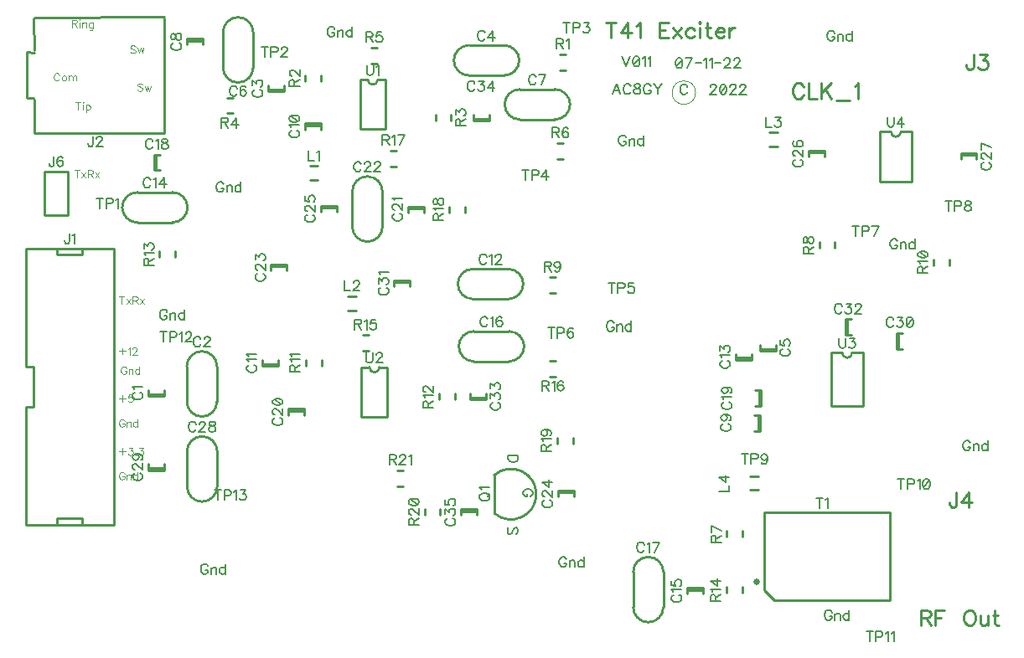
<source format=gbr>
G04 DipTrace 3.3.1.1*
G04 TopSilk.gbr*
%MOIN*%
G04 #@! TF.FileFunction,Legend,Top*
G04 #@! TF.Part,Single*
%ADD10C,0.009843*%
%ADD12C,0.003*%
%ADD32C,0.025013*%
%ADD78C,0.006176*%
%ADD79C,0.004632*%
%ADD80C,0.009264*%
%FSLAX26Y26*%
G04*
G70*
G90*
G75*
G01*
G04 TopSilk*
%LPD*%
X948545Y1621080D2*
D10*
X885615D1*
X948545Y1613631D2*
X885615D1*
X948545D2*
Y1637190D1*
X885615Y1613631D2*
Y1637190D1*
X1039308Y1732314D2*
Y1592434D1*
X1159308Y1732314D2*
Y1592434D1*
X1039308D2*
G03X1159308Y1592434I60000J-60D01*
G01*
Y1732314D2*
G03X1039308Y1732314I-60000J60D01*
G01*
X1425835Y2834391D2*
X1362906D1*
X1425835Y2826942D2*
X1362906D1*
X1425835D2*
Y2850501D1*
X1362906Y2826942D2*
Y2850501D1*
X2161525Y2890752D2*
X2301405D1*
X2161525Y3010752D2*
X2301405D1*
Y2890752D2*
G03X2301405Y3010752I60J60000D01*
G01*
X2161525D2*
G03X2161525Y2890752I-60J-60000D01*
G01*
X3381626Y1802503D2*
X3318697D1*
X3381626Y1795054D2*
X3318697D1*
X3381626D2*
Y1818613D1*
X3318697Y1795054D2*
Y1818613D1*
X1303306Y2922567D2*
Y3062447D1*
X1183306Y2922567D2*
Y3062447D1*
X1303306D2*
G03X1183306Y3062447I-60000J60D01*
G01*
Y2922567D2*
G03X1303306Y2922567I60000J-60D01*
G01*
X2363770Y2715434D2*
X2503650D1*
X2363770Y2835434D2*
X2503650D1*
Y2715434D2*
G03X2503650Y2835434I60J60000D01*
G01*
X2363770D2*
G03X2363770Y2715434I-60J-60000D01*
G01*
X1039850Y3029235D2*
X1102780D1*
X1039850Y3036684D2*
X1102780D1*
X1039850D2*
Y3013125D1*
X1102780Y3036684D2*
Y3013125D1*
X3312726Y1538948D2*
Y1476018D1*
X3320175Y1538948D2*
Y1476018D1*
Y1538948D2*
X3296615D1*
X3320175Y1476018D2*
X3296615D1*
X1508846Y2692235D2*
X1571776D1*
X1508846Y2699684D2*
X1571776D1*
X1508846D2*
Y2676125D1*
X1571776Y2699684D2*
Y2676125D1*
X1402465Y1741269D2*
X1339535D1*
X1402465Y1733820D2*
X1339535D1*
X1402465D2*
Y1757379D1*
X1339535Y1733820D2*
Y1757379D1*
X2177535Y2000412D2*
X2317415D1*
X2177535Y2120412D2*
X2317415D1*
Y2000412D2*
G03X2317415Y2120412I60J60000D01*
G01*
X2177535D2*
G03X2177535Y2000412I-60J-60000D01*
G01*
X3285080Y1766619D2*
X3222151D1*
X3285080Y1759171D2*
X3222151D1*
X3285080D2*
Y1782730D1*
X3222151Y1759171D2*
Y1782730D1*
X982213Y2425415D2*
X842333D1*
X982213Y2305415D2*
X842333D1*
Y2425415D2*
G03X842333Y2305415I-60J-60000D01*
G01*
X982213D2*
G03X982213Y2425415I60J60000D01*
G01*
X3029240Y842747D2*
X3092169D1*
X3029240Y850196D2*
X3092169D1*
X3029240D2*
Y826636D1*
X3092169Y850196D2*
Y826636D1*
X2181047Y1752167D2*
X2320927D1*
X2181047Y1872167D2*
X2320927D1*
Y1752167D2*
G03X2320927Y1872167I60J60000D01*
G01*
X2181047D2*
G03X2181047Y1752167I-60J-60000D01*
G01*
X2814978Y913554D2*
Y773674D1*
X2934978Y913554D2*
Y773674D1*
X2814978D2*
G03X2934978Y773674I60000J-60D01*
G01*
Y913554D2*
G03X2814978Y913554I-60000J60D01*
G01*
X915613Y2512982D2*
Y2575911D1*
X908164Y2512982D2*
Y2575911D1*
Y2512982D2*
X931723D1*
X908164Y2575911D2*
X931723D1*
X3315759Y1636840D2*
Y1573911D1*
X3323207Y1636840D2*
Y1573911D1*
Y1636840D2*
X3299648D1*
X3323207Y1573911D2*
X3299648D1*
X1442871Y1555613D2*
X1505801D1*
X1442871Y1563062D2*
X1505801D1*
X1442871D2*
Y1539503D1*
X1505801Y1563062D2*
Y1539503D1*
X1919466Y2361934D2*
X1982395D1*
X1919466Y2369383D2*
X1982395D1*
X1919466D2*
Y2345824D1*
X1982395Y2369383D2*
Y2345824D1*
X1697457Y2428789D2*
Y2288909D1*
X1817457Y2428789D2*
Y2288909D1*
X1697457D2*
G03X1817457Y2288909I60000J-60D01*
G01*
Y2428789D2*
G03X1697457Y2428789I-60000J60D01*
G01*
X1373975Y2130585D2*
X1436904D1*
X1373975Y2138034D2*
X1436904D1*
X1373975D2*
Y2114475D1*
X1436904Y2138034D2*
Y2114475D1*
X2515797Y1229648D2*
X2578726D1*
X2515797Y1237097D2*
X2578726D1*
X2515797D2*
Y1213538D1*
X2578726Y1237097D2*
Y1213538D1*
X1571681Y2364525D2*
X1634610D1*
X1571681Y2371974D2*
X1634610D1*
X1571681D2*
Y2348415D1*
X1634610Y2371974D2*
Y2348415D1*
X3512157Y2583619D2*
X3575087D1*
X3512157Y2591068D2*
X3575087D1*
X3512157D2*
Y2567509D1*
X3575087Y2591068D2*
Y2567509D1*
X4117971Y2573423D2*
X4180900D1*
X4117971Y2580871D2*
X4180900D1*
X4117971D2*
Y2557312D1*
X4180900Y2580871D2*
Y2557312D1*
X1040052Y1393608D2*
Y1253728D1*
X1160052Y1393608D2*
Y1253728D1*
X1040052D2*
G03X1160052Y1253728I60000J-60D01*
G01*
Y1393608D2*
G03X1040052Y1393608I-60000J60D01*
G01*
X948735Y1326927D2*
X885806D1*
X948735Y1319478D2*
X885806D1*
X948735D2*
Y1343037D1*
X885806Y1319478D2*
Y1343037D1*
X3870945Y1802751D2*
Y1865680D1*
X3863496Y1802751D2*
Y1865680D1*
Y1802751D2*
X3887055D1*
X3863496Y1865680D2*
X3887055D1*
X1863908Y2066482D2*
X1926837D1*
X1863908Y2073930D2*
X1926837D1*
X1863908D2*
Y2050371D1*
X1926837Y2073930D2*
Y2050371D1*
X3665631Y1856587D2*
Y1919516D1*
X3658182Y1856587D2*
Y1919516D1*
Y1856587D2*
X3681741D1*
X3658182Y1919516D2*
X3681741D1*
X2229016Y1608570D2*
X2166087D1*
X2229016Y1601121D2*
X2166087D1*
X2229016D2*
Y1624680D1*
X2166087Y1601121D2*
Y1624680D1*
X2241424Y2719245D2*
X2178495D1*
X2241424Y2711797D2*
X2178495D1*
X2241424D2*
Y2735356D1*
X2178495Y2711797D2*
Y2735356D1*
X2129220Y1156133D2*
X2192150D1*
X2129220Y1163581D2*
X2192150D1*
X2129220D2*
Y1140022D1*
X2192150Y1163581D2*
Y1140022D1*
X523006Y2176983D2*
Y2202283D1*
X623106Y2176983D2*
X523006D1*
X623106D2*
Y2202283D1*
X523006Y1102283D2*
Y1127583D1*
X623106D2*
X523006D1*
X623106Y1102283D2*
Y1127583D1*
X748056Y1102283D2*
X398056D1*
X748056Y2202283D2*
X398056D1*
X748056Y1102283D2*
Y2202283D1*
X428156Y1732583D2*
X398056D1*
X428156Y1571983D2*
Y1732583D1*
Y1571983D2*
X398056D1*
Y1102283D2*
Y1571983D1*
Y1732583D2*
Y2202283D1*
X403115Y2802146D2*
X429576Y2800340D1*
X401801Y2980031D2*
Y2803443D1*
X948487Y2660986D2*
X432479Y2661959D1*
X430343Y3118921D2*
X431658Y2991702D1*
X948104Y3124108D2*
X431658Y3122812D1*
X432972Y2664552D2*
X431658Y2793069D1*
X949638Y3118921D2*
X948487Y2664876D1*
X401801Y2983921D2*
X431658Y2982624D1*
X472203Y2509291D2*
X566692D1*
Y2336063D1*
X472203D1*
Y2509291D1*
X1560545Y2530102D2*
X1529045D1*
X1560545Y2474984D2*
X1529045D1*
X1712081Y2011028D2*
X1680581D1*
X1712081Y1955909D2*
X1680581D1*
X3356908Y2607777D2*
X3388408D1*
X3356908Y2662895D2*
X3388408D1*
X3311775Y1294936D2*
X3280275D1*
X3311775Y1239818D2*
X3280275D1*
X2262120Y1299203D2*
G02X2262120Y1147962I66569J-75620D01*
G01*
Y1299203D1*
X2522252Y2910970D2*
X2545811D1*
X2522252Y2973899D2*
X2545811D1*
X1573257Y2869110D2*
Y2892669D1*
X1510328Y2869110D2*
Y2892669D1*
X2090743Y2711717D2*
Y2735276D1*
X2027814Y2711717D2*
Y2735276D1*
X1198899Y2739825D2*
X1222458D1*
X1198899Y2802755D2*
X1222458D1*
X1773154Y2937793D2*
X1796713D1*
X1773154Y3000722D2*
X1796713D1*
X2513879Y2557732D2*
X2537438D1*
X2513879Y2620661D2*
X2537438D1*
X3249979Y1053547D2*
Y1077106D1*
X3187050Y1053547D2*
Y1077106D1*
X3617617Y2203636D2*
Y2227196D1*
X3554688Y2203636D2*
Y2227196D1*
X2481916Y2023950D2*
X2505475D1*
X2481916Y2086879D2*
X2505475D1*
X4072865Y2135703D2*
Y2159262D1*
X4009936Y2135703D2*
Y2159262D1*
X1574570Y1734686D2*
Y1758245D1*
X1511640Y1734686D2*
Y1758245D1*
X2104617Y1599801D2*
Y1623360D1*
X2041688Y1599801D2*
Y1623360D1*
X930559Y2190799D2*
Y2167240D1*
X993488Y2190799D2*
Y2167240D1*
X3248070Y829786D2*
Y853345D1*
X3185140Y829786D2*
Y853345D1*
X1738497Y1793618D2*
X1762056D1*
X1738497Y1856547D2*
X1762056D1*
X2484083Y1692033D2*
X2507642D1*
X2484083Y1754962D2*
X2507642D1*
X1849823Y2527613D2*
X1873382D1*
X1849823Y2590542D2*
X1873382D1*
X2145819Y2345946D2*
Y2369505D1*
X2082890Y2345946D2*
Y2369505D1*
X2574573Y1425534D2*
Y1449093D1*
X2511644Y1425534D2*
Y1449093D1*
X1984852Y1165398D2*
Y1141839D1*
X2047781Y1165398D2*
Y1141839D1*
X1900664Y1318217D2*
X1877105D1*
X1900664Y1255287D2*
X1877105D1*
D32*
X3306300Y875298D3*
X3837545Y800293D2*
D10*
Y1150293D1*
X3337566D1*
Y840298D1*
X3377532Y800293D1*
X3837545D1*
X1727801Y2874030D2*
Y2677175D1*
X1830178Y2874030D2*
Y2677175D1*
X1727801D2*
X1830178D1*
X1759295Y2874030D2*
X1727801D1*
X1798684D2*
X1830178D1*
X1759295D2*
G03X1798684Y2874030I19694J9D01*
G01*
X1734272Y1728701D2*
Y1531847D1*
X1836649Y1728701D2*
Y1531847D1*
X1734272D2*
X1836649D1*
X1765766Y1728701D2*
X1734272D1*
X1805155D2*
X1836649D1*
X1765766D2*
G03X1805155Y1728701I19694J9D01*
G01*
X3603094Y1786624D2*
Y1574024D1*
X3729066Y1786624D2*
Y1574024D1*
X3603094D2*
X3729066D1*
X3603094Y1786624D2*
X3646391D1*
X3685769D2*
X3729066D1*
X3646391D2*
G03X3685769Y1786624I19689J23D01*
G01*
X3796891Y2666333D2*
Y2469481D1*
X3922860Y2666333D2*
Y2469481D1*
X3796891D2*
X3922860D1*
X3796891Y2666333D2*
X3840187D1*
X3879564D2*
X3922860D1*
X3840187D2*
G03X3879564Y2666333I19688J3D01*
G01*
X2969465Y2822325D2*
D12*
G02X2969465Y2822325I46869J0D01*
G01*
X832619Y1628786D2*
D78*
X828817Y1626884D1*
X824970Y1623038D1*
X823069Y1619235D1*
Y1611586D1*
X824970Y1607739D1*
X828817Y1603937D1*
X832619Y1601991D1*
X838367Y1600090D1*
X847962D1*
X853666Y1601991D1*
X857513Y1603937D1*
X861315Y1607739D1*
X863261Y1611586D1*
Y1619235D1*
X861315Y1623038D1*
X857513Y1626884D1*
X853666Y1628786D1*
X830762Y1641137D2*
X828817Y1644984D1*
X823113Y1650732D1*
X863261D1*
X1094083Y1841402D2*
X1092182Y1845204D1*
X1088335Y1849051D1*
X1084533Y1850952D1*
X1076883D1*
X1073037Y1849051D1*
X1069234Y1845204D1*
X1067289Y1841402D1*
X1065387Y1835654D1*
Y1826059D1*
X1067289Y1820355D1*
X1069234Y1816509D1*
X1073037Y1812706D1*
X1076883Y1810760D1*
X1084533D1*
X1088335Y1812706D1*
X1092182Y1816509D1*
X1094083Y1820355D1*
X1108380Y1841358D2*
Y1843259D1*
X1110281Y1847106D1*
X1112183Y1849007D1*
X1116030Y1850908D1*
X1123679D1*
X1127481Y1849007D1*
X1129383Y1847106D1*
X1131328Y1843259D1*
Y1839456D1*
X1129383Y1835610D1*
X1125580Y1829906D1*
X1106435Y1810760D1*
X1133229D1*
X1309909Y2833497D2*
X1306107Y2831596D1*
X1302260Y2827749D1*
X1300359Y2823946D1*
Y2816297D1*
X1302260Y2812450D1*
X1306107Y2808648D1*
X1309909Y2806702D1*
X1315657Y2804801D1*
X1325252D1*
X1330956Y2806702D1*
X1334803Y2808648D1*
X1338605Y2812450D1*
X1340551Y2816297D1*
Y2823946D1*
X1338605Y2827749D1*
X1334803Y2831596D1*
X1330956Y2833497D1*
X1300403Y2849695D2*
Y2870697D1*
X1315701Y2859246D1*
Y2864994D1*
X1317603Y2868796D1*
X1319504Y2870697D1*
X1325252Y2872643D1*
X1329055D1*
X1334803Y2870697D1*
X1338649Y2866895D1*
X1340551Y2861147D1*
Y2855399D1*
X1338649Y2849695D1*
X1336704Y2847794D1*
X1332901Y2845848D1*
X2225289Y3059780D2*
X2223388Y3063582D1*
X2219541Y3067429D1*
X2215738Y3069330D1*
X2208089D1*
X2204242Y3067429D1*
X2200440Y3063582D1*
X2198494Y3059780D1*
X2196593Y3054032D1*
Y3044437D1*
X2198494Y3038733D1*
X2200440Y3034886D1*
X2204242Y3031084D1*
X2208089Y3029138D1*
X2215738D1*
X2219541Y3031084D1*
X2223388Y3034886D1*
X2225289Y3038733D1*
X2256786Y3029138D2*
Y3069286D1*
X2237640Y3042536D1*
X2266336D1*
X3408712Y1801608D2*
X3404910Y1799707D1*
X3401063Y1795860D1*
X3399161Y1792058D1*
Y1784409D1*
X3401063Y1780562D1*
X3404909Y1776759D1*
X3408712Y1774814D1*
X3414460Y1772912D1*
X3424055D1*
X3429759Y1774814D1*
X3433605Y1776759D1*
X3437408Y1780562D1*
X3439354Y1784408D1*
Y1792058D1*
X3437408Y1795860D1*
X3433605Y1799707D1*
X3429759Y1801608D1*
X3399206Y1836908D2*
Y1817807D1*
X3416406Y1815905D1*
X3414504Y1817806D1*
X3412559Y1823555D1*
Y1829258D1*
X3414504Y1835006D1*
X3418307Y1838853D1*
X3424055Y1840754D1*
X3427857D1*
X3433605Y1838853D1*
X3437452Y1835006D1*
X3439353Y1829258D1*
Y1823554D1*
X3437452Y1817806D1*
X3435507Y1815905D1*
X3431704Y1813960D1*
X1239053Y2839389D2*
X1237152Y2843192D1*
X1233305Y2847038D1*
X1229503Y2848940D1*
X1221854D1*
X1218007Y2847038D1*
X1214204Y2843192D1*
X1212259Y2839389D1*
X1210358Y2833641D1*
Y2824046D1*
X1212259Y2818342D1*
X1214204Y2814496D1*
X1218007Y2810693D1*
X1221854Y2808748D1*
X1229503D1*
X1233305Y2810693D1*
X1237152Y2814496D1*
X1239053Y2818342D1*
X1274353Y2843192D2*
X1272451Y2846994D1*
X1266703Y2848895D1*
X1262901D1*
X1257153Y2846994D1*
X1253306Y2841246D1*
X1251405Y2831696D1*
Y2822145D1*
X1253306Y2814496D1*
X1257153Y2810649D1*
X1262901Y2808748D1*
X1264802D1*
X1270506Y2810649D1*
X1274353Y2814496D1*
X1276254Y2820244D1*
Y2822145D1*
X1274353Y2827893D1*
X1270506Y2831696D1*
X1264802Y2833597D1*
X1262901D1*
X1257153Y2831696D1*
X1253306Y2827893D1*
X1251405Y2822145D1*
X2428485Y2884462D2*
X2426584Y2888265D1*
X2422737Y2892112D1*
X2418934Y2894013D1*
X2411285D1*
X2407438Y2892112D1*
X2403636Y2888265D1*
X2401690Y2884462D1*
X2399789Y2878714D1*
Y2869119D1*
X2401690Y2863416D1*
X2403636Y2859569D1*
X2407438Y2855766D1*
X2411285Y2853821D1*
X2418934D1*
X2422737Y2855766D1*
X2426584Y2859569D1*
X2428485Y2863416D1*
X2448486Y2853821D2*
X2467631Y2893969D1*
X2440836D1*
X986854Y3019701D2*
X983052Y3017800D1*
X979205Y3013953D1*
X977303Y3010151D1*
Y3002501D1*
X979205Y2998655D1*
X983051Y2994852D1*
X986854Y2992907D1*
X992602Y2991005D1*
X1002197D1*
X1007901Y2992907D1*
X1011747Y2994852D1*
X1015550Y2998655D1*
X1017495Y3002501D1*
Y3010151D1*
X1015550Y3013953D1*
X1011747Y3017800D1*
X1007901Y3019701D1*
X977348Y3041603D2*
X979249Y3035899D1*
X983052Y3033954D1*
X986898D1*
X990701Y3035899D1*
X992646Y3039702D1*
X994548Y3047351D1*
X996449Y3053099D1*
X1000296Y3056902D1*
X1004098Y3058803D1*
X1009846D1*
X1013649Y3056902D1*
X1015594Y3055001D1*
X1017495Y3049253D1*
Y3041603D1*
X1015594Y3035899D1*
X1013649Y3033954D1*
X1009846Y3032053D1*
X1004098D1*
X1000296Y3033954D1*
X996449Y3037801D1*
X994548Y3043505D1*
X992646Y3051154D1*
X990701Y3055001D1*
X986898Y3056902D1*
X983052D1*
X979249Y3055001D1*
X977348Y3049253D1*
Y3041603D1*
X3172753Y1503209D2*
X3168950Y1501307D1*
X3165104Y1497461D1*
X3163202Y1493658D1*
Y1486009D1*
X3165104Y1482162D1*
X3168950Y1478359D1*
X3172753Y1476414D1*
X3178501Y1474513D1*
X3188096D1*
X3193800Y1476414D1*
X3197646Y1478359D1*
X3201449Y1482162D1*
X3203394Y1486009D1*
Y1493658D1*
X3201449Y1497461D1*
X3197646Y1501307D1*
X3193800Y1503209D1*
X3176600Y1540453D2*
X3182348Y1538508D1*
X3186195Y1534705D1*
X3188096Y1528957D1*
Y1527056D1*
X3186195Y1521308D1*
X3182348Y1517505D1*
X3176600Y1515560D1*
X3174699D1*
X3168950Y1517505D1*
X3165148Y1521308D1*
X3163247Y1527056D1*
Y1528957D1*
X3165148Y1534705D1*
X3168950Y1538508D1*
X3176600Y1540453D1*
X3186195D1*
X3195745Y1538508D1*
X3201493Y1534705D1*
X3203394Y1528957D1*
Y1525155D1*
X3201493Y1519407D1*
X3197646Y1517505D1*
X1455850Y2671706D2*
X1452048Y2669805D1*
X1448201Y2665958D1*
X1446300Y2662156D1*
Y2654506D1*
X1448201Y2650660D1*
X1452048Y2646857D1*
X1455850Y2644912D1*
X1461598Y2643010D1*
X1471193D1*
X1476897Y2644912D1*
X1480743Y2646857D1*
X1484546Y2650660D1*
X1486492Y2654506D1*
Y2662156D1*
X1484546Y2665958D1*
X1480744Y2669805D1*
X1476897Y2671706D1*
X1453993Y2684058D2*
X1452048Y2687904D1*
X1446344Y2693652D1*
X1486492D1*
X1446344Y2717500D2*
X1448245Y2711752D1*
X1453993Y2707905D1*
X1463544Y2706004D1*
X1469292D1*
X1478842Y2707905D1*
X1484590Y2711752D1*
X1486492Y2717500D1*
Y2721302D1*
X1484590Y2727050D1*
X1478842Y2730853D1*
X1469292Y2732798D1*
X1463544D1*
X1453993Y2730853D1*
X1448245Y2727050D1*
X1446344Y2721302D1*
Y2717500D1*
X1453993Y2730853D2*
X1478842Y2707905D1*
X1286539Y1738002D2*
X1282737Y1736100D1*
X1278890Y1732254D1*
X1276989Y1728451D1*
X1276988Y1720802D1*
X1278890Y1716955D1*
X1282737Y1713152D1*
X1286539Y1711207D1*
X1292287Y1709306D1*
X1301882D1*
X1307586Y1711207D1*
X1311432Y1713152D1*
X1315235Y1716955D1*
X1317181Y1720802D1*
Y1728451D1*
X1315235Y1732254D1*
X1311433Y1736100D1*
X1307586Y1738002D1*
X1284682Y1750353D2*
X1282737Y1754200D1*
X1277033Y1759948D1*
X1317181D1*
X1284682Y1772299D2*
X1282737Y1776146D1*
X1277033Y1781894D1*
X1317180D1*
X2231277Y2169440D2*
X2229376Y2173243D1*
X2225529Y2177089D1*
X2221726Y2178991D1*
X2214077D1*
X2210230Y2177089D1*
X2206428Y2173243D1*
X2204482Y2169440D1*
X2202581Y2163692D1*
Y2154097D1*
X2204482Y2148393D1*
X2206428Y2144547D1*
X2210230Y2140744D1*
X2214077Y2138799D1*
X2221726D1*
X2225529Y2140744D1*
X2229376Y2144547D1*
X2231277Y2148393D1*
X2243628Y2171297D2*
X2247475Y2173243D1*
X2253223Y2178946D1*
Y2138799D1*
X2267520Y2169396D2*
Y2171297D1*
X2269421Y2175144D1*
X2271323Y2177045D1*
X2275169Y2178946D1*
X2282819D1*
X2286621Y2177045D1*
X2288522Y2175144D1*
X2290468Y2171297D1*
Y2167495D1*
X2288522Y2163648D1*
X2284720Y2157944D1*
X2265574Y2138799D1*
X2292369D1*
X3169155Y1754752D2*
X3165352Y1752851D1*
X3161505Y1749004D1*
X3159604Y1745202D1*
Y1737552D1*
X3161505Y1733705D1*
X3165352Y1729903D1*
X3169155Y1727957D1*
X3174903Y1726056D1*
X3184497D1*
X3190201Y1727957D1*
X3194048Y1729903D1*
X3197851Y1733705D1*
X3199796Y1737552D1*
Y1745201D1*
X3197851Y1749004D1*
X3194048Y1752851D1*
X3190201Y1754752D1*
X3167298Y1767103D2*
X3165352Y1770950D1*
X3159648Y1776698D1*
X3199796D1*
X3159648Y1792896D2*
Y1813899D1*
X3174947Y1802447D1*
Y1808195D1*
X3176848Y1811997D1*
X3178749Y1813899D1*
X3184497Y1815844D1*
X3188300D1*
X3194048Y1813899D1*
X3197895Y1810096D1*
X3199796Y1804348D1*
Y1798600D1*
X3197895Y1792896D1*
X3195949Y1790995D1*
X3192147Y1789050D1*
X895124Y2474443D2*
X893223Y2478245D1*
X889376Y2482092D1*
X885574Y2483993D1*
X877924D1*
X874078Y2482092D1*
X870275Y2478245D1*
X868330Y2474443D1*
X866428Y2468695D1*
Y2459100D1*
X868330Y2453396D1*
X870275Y2449549D1*
X874078Y2445747D1*
X877924Y2443801D1*
X885574D1*
X889376Y2445747D1*
X893223Y2449549D1*
X895124Y2453396D1*
X907476Y2476300D2*
X911322Y2478245D1*
X917070Y2483949D1*
Y2443801D1*
X948567D2*
Y2483949D1*
X929422Y2457199D1*
X958118D1*
X2976244Y822218D2*
X2972441Y820317D1*
X2968595Y816470D1*
X2966693Y812667D1*
Y805018D1*
X2968594Y801171D1*
X2972441Y797369D1*
X2976244Y795423D1*
X2981992Y793522D1*
X2991587D1*
X2997290Y795423D1*
X3001137Y797369D1*
X3004940Y801171D1*
X3006885Y805018D1*
Y812667D1*
X3004940Y816470D1*
X3001137Y820317D1*
X2997290Y822218D1*
X2974387Y834569D2*
X2972441Y838416D1*
X2966737Y844164D1*
X3006885D1*
X2966737Y879463D2*
Y860362D1*
X2983937Y858461D1*
X2982036Y860362D1*
X2980091Y866110D1*
Y871814D1*
X2982036Y877562D1*
X2985839Y881409D1*
X2991587Y883310D1*
X2995389D1*
X3001137Y881409D1*
X3004984Y877562D1*
X3006885Y871814D1*
Y866110D1*
X3004984Y860362D1*
X3003038Y858461D1*
X2999236Y856515D1*
X2235761Y1921195D2*
X2233860Y1924997D1*
X2230013Y1928844D1*
X2226211Y1930745D1*
X2218562D1*
X2214715Y1928844D1*
X2210912Y1924997D1*
X2208967Y1921195D1*
X2207066Y1915447D1*
Y1905852D1*
X2208967Y1900148D1*
X2210912Y1896301D1*
X2214715Y1892499D1*
X2218562Y1890553D1*
X2226211D1*
X2230013Y1892499D1*
X2233860Y1896301D1*
X2235761Y1900148D1*
X2248113Y1923052D2*
X2251960Y1924997D1*
X2257708Y1930701D1*
Y1890553D1*
X2293007Y1924997D2*
X2291106Y1928800D1*
X2285358Y1930701D1*
X2281555D1*
X2275807Y1928800D1*
X2271960Y1923052D1*
X2270059Y1913501D1*
Y1903950D1*
X2271960Y1896301D1*
X2275807Y1892454D1*
X2281555Y1890553D1*
X2283456D1*
X2289160Y1892454D1*
X2293007Y1896301D1*
X2294908Y1902049D1*
Y1903950D1*
X2293007Y1909699D1*
X2289160Y1913501D1*
X2283456Y1915402D1*
X2281555D1*
X2275807Y1913501D1*
X2271960Y1909699D1*
X2270059Y1903950D1*
X2858780Y1022642D2*
X2856878Y1026445D1*
X2853032Y1030291D1*
X2849229Y1032193D1*
X2841580D1*
X2837733Y1030291D1*
X2833930Y1026445D1*
X2831985Y1022642D1*
X2830084Y1016894D1*
Y1007299D1*
X2831985Y1001595D1*
X2833930Y997749D1*
X2837733Y993946D1*
X2841580Y992001D1*
X2849229D1*
X2853032Y993946D1*
X2856878Y997749D1*
X2858780Y1001595D1*
X2871131Y1024499D2*
X2874978Y1026445D1*
X2880726Y1032148D1*
Y992001D1*
X2900726D2*
X2919872Y1032148D1*
X2893077D1*
X903768Y2628907D2*
X901866Y2632710D1*
X898019Y2636556D1*
X894217Y2638458D1*
X886568D1*
X882721Y2636556D1*
X878918Y2632710D1*
X876973Y2628907D1*
X875072Y2623159D1*
Y2613564D1*
X876973Y2607861D1*
X878918Y2604014D1*
X882721Y2600211D1*
X886568Y2598266D1*
X894217D1*
X898019Y2600211D1*
X901866Y2604014D1*
X903768Y2607861D1*
X916119Y2630764D2*
X919966Y2632710D1*
X925714Y2638414D1*
Y2598266D1*
X947616Y2638414D2*
X941912Y2636512D1*
X939966Y2632710D1*
Y2628863D1*
X941912Y2625060D1*
X945714Y2623115D1*
X953364Y2621214D1*
X959112Y2619312D1*
X962914Y2615466D1*
X964816Y2611663D1*
Y2605915D1*
X962914Y2602112D1*
X961013Y2600167D1*
X955265Y2598266D1*
X947616D1*
X941912Y2600167D1*
X939966Y2602112D1*
X938065Y2605915D1*
Y2611663D1*
X939966Y2615466D1*
X943813Y2619312D1*
X949517Y2621214D1*
X957166Y2623115D1*
X961013Y2625060D1*
X962914Y2628863D1*
Y2632710D1*
X961013Y2636512D1*
X955265Y2638414D1*
X947616D1*
X3175786Y1590128D2*
X3171983Y1588227D1*
X3168137Y1584380D1*
X3166235Y1580577D1*
Y1572928D1*
X3168136Y1569081D1*
X3171983Y1565279D1*
X3175786Y1563333D1*
X3181534Y1561432D1*
X3191129D1*
X3196832Y1563333D1*
X3200679Y1565279D1*
X3204482Y1569081D1*
X3206427Y1572928D1*
Y1580577D1*
X3204482Y1584380D1*
X3200679Y1588227D1*
X3196832Y1590128D1*
X3173929Y1602479D2*
X3171983Y1606326D1*
X3166279Y1612074D1*
X3206427D1*
X3179633Y1649319D2*
X3185381Y1647373D1*
X3189227Y1643571D1*
X3191129Y1637823D1*
Y1635921D1*
X3189227Y1630173D1*
X3185381Y1626371D1*
X3179633Y1624425D1*
X3177731D1*
X3171983Y1626371D1*
X3168181Y1630173D1*
X3166279Y1635922D1*
Y1637823D1*
X3168181Y1643571D1*
X3171983Y1647373D1*
X3179633Y1649319D1*
X3189227D1*
X3198778Y1647373D1*
X3204526Y1643571D1*
X3206427Y1637823D1*
Y1634020D1*
X3204526Y1628272D1*
X3200679Y1626371D1*
X1389875Y1526484D2*
X1386073Y1524583D1*
X1382226Y1520736D1*
X1380324Y1516934D1*
Y1509284D1*
X1382226Y1505438D1*
X1386072Y1501635D1*
X1389875Y1499690D1*
X1395623Y1497788D1*
X1405218D1*
X1410922Y1499690D1*
X1414768Y1501635D1*
X1418571Y1505438D1*
X1420516Y1509284D1*
Y1516934D1*
X1418571Y1520736D1*
X1414768Y1524583D1*
X1410922Y1526484D1*
X1389919Y1540781D2*
X1388018D1*
X1384171Y1542682D1*
X1382270Y1544584D1*
X1380369Y1548430D1*
Y1556080D1*
X1382270Y1559882D1*
X1384171Y1561783D1*
X1388018Y1563729D1*
X1391821D1*
X1395667Y1561783D1*
X1401371Y1557981D1*
X1420516Y1538835D1*
Y1565630D1*
X1380369Y1589478D2*
X1382270Y1583730D1*
X1388018Y1579883D1*
X1397569Y1577982D1*
X1403317D1*
X1412867Y1579883D1*
X1418615Y1583730D1*
X1420516Y1589478D1*
Y1593280D1*
X1418615Y1599028D1*
X1412867Y1602831D1*
X1403317Y1604776D1*
X1397569D1*
X1388018Y1602831D1*
X1382270Y1599028D1*
X1380369Y1593280D1*
Y1589478D1*
X1388018Y1602831D2*
X1412867Y1579883D1*
X1866470Y2341406D2*
X1862667Y2339504D1*
X1858820Y2335658D1*
X1856919Y2331855D1*
Y2324206D1*
X1858820Y2320359D1*
X1862667Y2316556D1*
X1866469Y2314611D1*
X1872218Y2312710D1*
X1881812D1*
X1887516Y2314611D1*
X1891363Y2316556D1*
X1895165Y2320359D1*
X1897111Y2324206D1*
Y2331855D1*
X1895165Y2335658D1*
X1891363Y2339504D1*
X1887516Y2341406D1*
X1866514Y2355702D2*
X1864612D1*
X1860766Y2357604D1*
X1858864Y2359505D1*
X1856963Y2363352D1*
Y2371001D1*
X1858864Y2374804D1*
X1860766Y2376705D1*
X1864612Y2378650D1*
X1868415D1*
X1872262Y2376705D1*
X1877966Y2372902D1*
X1897111Y2353757D1*
Y2380552D1*
X1864612Y2392903D2*
X1862667Y2396750D1*
X1856963Y2402498D1*
X1897111D1*
X1732659Y2537877D2*
X1730757Y2541680D1*
X1726911Y2545526D1*
X1723108Y2547428D1*
X1715459D1*
X1711612Y2545526D1*
X1707809Y2541680D1*
X1705864Y2537877D1*
X1703963Y2532129D1*
Y2522534D1*
X1705864Y2516830D1*
X1707809Y2512984D1*
X1711612Y2509181D1*
X1715459Y2507236D1*
X1723108D1*
X1726911Y2509181D1*
X1730757Y2512984D1*
X1732659Y2516830D1*
X1746955Y2537833D2*
Y2539734D1*
X1748857Y2543581D1*
X1750758Y2545482D1*
X1754605Y2547383D1*
X1762254D1*
X1766057Y2545482D1*
X1767958Y2543581D1*
X1769903Y2539734D1*
Y2535931D1*
X1767958Y2532085D1*
X1764155Y2526381D1*
X1745010Y2507236D1*
X1771805D1*
X1786102Y2537833D2*
Y2539734D1*
X1788003Y2543581D1*
X1789904Y2545482D1*
X1793751Y2547383D1*
X1801400D1*
X1805203Y2545482D1*
X1807104Y2543581D1*
X1809049Y2539734D1*
Y2535931D1*
X1807104Y2532085D1*
X1803301Y2526381D1*
X1784156Y2507236D1*
X1810951D1*
X1320979Y2101457D2*
X1317176Y2099555D1*
X1313329Y2095709D1*
X1311428Y2091906D1*
Y2084257D1*
X1313329Y2080410D1*
X1317176Y2076607D1*
X1320979Y2074662D1*
X1326727Y2072761D1*
X1336321D1*
X1342025Y2074662D1*
X1345872Y2076607D1*
X1349675Y2080410D1*
X1351620Y2084257D1*
Y2091906D1*
X1349675Y2095709D1*
X1345872Y2099555D1*
X1342025Y2101457D1*
X1321023Y2115753D2*
X1319122D1*
X1315275Y2117655D1*
X1313374Y2119556D1*
X1311472Y2123403D1*
Y2131052D1*
X1313374Y2134855D1*
X1315275Y2136756D1*
X1319122Y2138701D1*
X1322924D1*
X1326771Y2136756D1*
X1332475Y2132953D1*
X1351620Y2113808D1*
Y2140603D1*
X1311472Y2156801D2*
Y2177803D1*
X1326771Y2166351D1*
Y2172099D1*
X1328672Y2175902D1*
X1330574Y2177803D1*
X1336322Y2179749D1*
X1340124D1*
X1345872Y2177803D1*
X1349719Y2174001D1*
X1351620Y2168253D1*
Y2162505D1*
X1349719Y2156801D1*
X1347773Y2154899D1*
X1343971Y2152954D1*
X2462800Y1199569D2*
X2458998Y1197668D1*
X2455151Y1193821D1*
X2453250Y1190018D1*
Y1182369D1*
X2455151Y1178522D1*
X2458998Y1174720D1*
X2462800Y1172774D1*
X2468548Y1170873D1*
X2478143D1*
X2483847Y1172774D1*
X2487694Y1174720D1*
X2491496Y1178522D1*
X2493442Y1182369D1*
Y1190018D1*
X2491496Y1193821D1*
X2487694Y1197668D1*
X2483847Y1199569D1*
X2462844Y1213866D2*
X2460943D1*
X2457096Y1215767D1*
X2455195Y1217668D1*
X2453294Y1221515D1*
Y1229164D1*
X2455195Y1232967D1*
X2457096Y1234868D1*
X2460943Y1236814D1*
X2464746D1*
X2468593Y1234868D1*
X2474296Y1231066D1*
X2493442Y1211920D1*
Y1238715D1*
Y1270212D2*
X2453294D1*
X2480044Y1251066D1*
Y1279762D1*
X1518685Y2335396D2*
X1514882Y2333495D1*
X1511035Y2329648D1*
X1509134Y2325846D1*
Y2318196D1*
X1511035Y2314350D1*
X1514882Y2310547D1*
X1518685Y2308602D1*
X1524433Y2306700D1*
X1534028D1*
X1539731Y2308602D1*
X1543578Y2310547D1*
X1547381Y2314350D1*
X1549326Y2318196D1*
Y2325846D1*
X1547381Y2329648D1*
X1543578Y2333495D1*
X1539731Y2335396D1*
X1518729Y2349693D2*
X1516828D1*
X1512981Y2351594D1*
X1511080Y2353496D1*
X1509178Y2357342D1*
Y2364992D1*
X1511080Y2368794D1*
X1512981Y2370695D1*
X1516828Y2372641D1*
X1520630D1*
X1524477Y2370695D1*
X1530181Y2366893D1*
X1549326Y2347748D1*
Y2374542D1*
X1509178Y2409842D2*
Y2390740D1*
X1526378Y2388839D1*
X1524477Y2390740D1*
X1522532Y2396488D1*
Y2402192D1*
X1524477Y2407940D1*
X1528280Y2411787D1*
X1534028Y2413688D1*
X1537830D1*
X1543578Y2411787D1*
X1547425Y2407940D1*
X1549326Y2402192D1*
Y2396488D1*
X1547425Y2390740D1*
X1545479Y2388839D1*
X1541677Y2386894D1*
X3459161Y2555463D2*
X3455359Y2553562D1*
X3451512Y2549715D1*
X3449611Y2545913D1*
Y2538264D1*
X3451512Y2534417D1*
X3455359Y2530614D1*
X3459161Y2528669D1*
X3464909Y2526768D1*
X3474504D1*
X3480208Y2528669D1*
X3484055Y2530614D1*
X3487857Y2534417D1*
X3489803Y2538264D1*
Y2545913D1*
X3487857Y2549715D1*
X3484055Y2553562D1*
X3480208Y2555463D1*
X3459205Y2569760D2*
X3457304D1*
X3453457Y2571662D1*
X3451556Y2573563D1*
X3449655Y2577410D1*
Y2585059D1*
X3451556Y2588861D1*
X3453457Y2590763D1*
X3457304Y2592708D1*
X3461107D1*
X3464953Y2590763D1*
X3470657Y2586960D1*
X3489803Y2567815D1*
Y2594609D1*
X3455359Y2629909D2*
X3451556Y2628007D1*
X3449655Y2622259D1*
Y2618457D1*
X3451556Y2612709D1*
X3457304Y2608862D1*
X3466855Y2606961D1*
X3476405D1*
X3484055Y2608862D1*
X3487901Y2612709D1*
X3489803Y2618457D1*
Y2620358D1*
X3487901Y2626062D1*
X3484055Y2629909D1*
X3478306Y2631810D1*
X3476405D1*
X3470657Y2629909D1*
X3466855Y2626062D1*
X3464953Y2620358D1*
Y2618457D1*
X3466855Y2612709D1*
X3470657Y2608862D1*
X3476405Y2606961D1*
X4207986Y2544294D2*
X4204184Y2542393D1*
X4200337Y2538546D1*
X4198436Y2534743D1*
Y2527094D1*
X4200337Y2523247D1*
X4204184Y2519445D1*
X4207986Y2517499D1*
X4213734Y2515598D1*
X4223329D1*
X4229033Y2517499D1*
X4232880Y2519445D1*
X4236682Y2523247D1*
X4238628Y2527094D1*
Y2534743D1*
X4236682Y2538546D1*
X4232880Y2542393D1*
X4229033Y2544294D1*
X4208031Y2558591D2*
X4206129D1*
X4202283Y2560492D1*
X4200381Y2562393D1*
X4198480Y2566240D1*
Y2573889D1*
X4200381Y2577692D1*
X4202283Y2579593D1*
X4206129Y2581539D1*
X4209932D1*
X4213779Y2579593D1*
X4219482Y2575791D1*
X4238628Y2556645D1*
Y2583440D1*
Y2603441D2*
X4198480Y2622586D1*
Y2595791D1*
X1075277Y1502696D2*
X1073375Y1506498D1*
X1069528Y1510345D1*
X1065726Y1512246D1*
X1058077D1*
X1054230Y1510345D1*
X1050427Y1506498D1*
X1048482Y1502696D1*
X1046581Y1496948D1*
Y1487353D1*
X1048482Y1481649D1*
X1050427Y1477802D1*
X1054230Y1474000D1*
X1058077Y1472054D1*
X1065726D1*
X1069528Y1474000D1*
X1073375Y1477802D1*
X1075277Y1481649D1*
X1089573Y1502652D2*
Y1504553D1*
X1091475Y1508400D1*
X1093376Y1510301D1*
X1097223Y1512202D1*
X1104872D1*
X1108675Y1510301D1*
X1110576Y1508400D1*
X1112521Y1504553D1*
Y1500750D1*
X1110576Y1496904D1*
X1106773Y1491200D1*
X1087628Y1472054D1*
X1114423D1*
X1136325Y1512202D2*
X1130621Y1510301D1*
X1128675Y1506498D1*
Y1502652D1*
X1130621Y1498849D1*
X1134423Y1496904D1*
X1142073Y1495002D1*
X1147821Y1493101D1*
X1151623Y1489254D1*
X1153524Y1485452D1*
Y1479704D1*
X1151623Y1475901D1*
X1149722Y1473956D1*
X1143974Y1472054D1*
X1136325D1*
X1130621Y1473956D1*
X1128675Y1475901D1*
X1126774Y1479704D1*
Y1485452D1*
X1128675Y1489254D1*
X1132522Y1493101D1*
X1138226Y1495002D1*
X1145875Y1496904D1*
X1149722Y1498849D1*
X1151623Y1502652D1*
Y1506498D1*
X1149722Y1510301D1*
X1143974Y1512202D1*
X1136325D1*
X832809Y1307410D2*
X829007Y1305509D1*
X825160Y1301662D1*
X823259Y1297859D1*
Y1290210D1*
X825160Y1286363D1*
X829007Y1282561D1*
X832809Y1280615D1*
X838557Y1278714D1*
X848152D1*
X853856Y1280615D1*
X857703Y1282561D1*
X861505Y1286363D1*
X863451Y1290210D1*
Y1297859D1*
X861505Y1301662D1*
X857703Y1305509D1*
X853856Y1307410D1*
X832854Y1321707D2*
X830952D1*
X827106Y1323608D1*
X825204Y1325509D1*
X823303Y1329356D1*
Y1337005D1*
X825204Y1340808D1*
X827106Y1342709D1*
X830952Y1344655D1*
X834755D1*
X838602Y1342709D1*
X844306Y1338907D1*
X863451Y1319761D1*
Y1346556D1*
X836656Y1383801D2*
X842404Y1381855D1*
X846251Y1378053D1*
X848152Y1372305D1*
Y1370403D1*
X846251Y1364655D1*
X842404Y1360853D1*
X836656Y1358907D1*
X834755D1*
X829007Y1360853D1*
X825204Y1364655D1*
X823303Y1370403D1*
Y1372305D1*
X825204Y1378053D1*
X829007Y1381855D1*
X836656Y1383801D1*
X846251D1*
X855802Y1381855D1*
X861550Y1378053D1*
X863451Y1372305D1*
Y1368502D1*
X861550Y1362754D1*
X857703Y1360853D1*
X3850477Y1918676D2*
X3848576Y1922479D1*
X3844729Y1926325D1*
X3840927Y1928227D1*
X3833278D1*
X3829431Y1926325D1*
X3825628Y1922479D1*
X3823683Y1918676D1*
X3821782Y1912928D1*
Y1903333D1*
X3823683Y1897630D1*
X3825628Y1893783D1*
X3829431Y1889980D1*
X3833278Y1888035D1*
X3840927D1*
X3844729Y1889980D1*
X3848576Y1893783D1*
X3850477Y1897630D1*
X3866676Y1928183D2*
X3887678D1*
X3876226Y1912884D1*
X3881974D1*
X3885777Y1910983D1*
X3887678Y1909081D1*
X3889624Y1903333D1*
Y1899531D1*
X3887678Y1893783D1*
X3883876Y1889936D1*
X3878127Y1888035D1*
X3872379D1*
X3866676Y1889936D1*
X3864774Y1891882D1*
X3862829Y1895684D1*
X3913471Y1928183D2*
X3907723Y1926281D1*
X3903876Y1920533D1*
X3901975Y1910983D1*
Y1905235D1*
X3903876Y1895684D1*
X3907723Y1889936D1*
X3913471Y1888035D1*
X3917274D1*
X3923022Y1889936D1*
X3926824Y1895684D1*
X3928770Y1905235D1*
Y1910983D1*
X3926824Y1920533D1*
X3923022Y1926281D1*
X3917274Y1928183D1*
X3913471D1*
X3926824Y1920533D2*
X3903876Y1895684D1*
X1810912Y2045953D2*
X1807109Y2044052D1*
X1803262Y2040205D1*
X1801361Y2036402D1*
Y2028753D1*
X1803262Y2024906D1*
X1807109Y2021104D1*
X1810912Y2019158D1*
X1816660Y2017257D1*
X1826255D1*
X1831958Y2019158D1*
X1835805Y2021104D1*
X1839608Y2024906D1*
X1841553Y2028753D1*
Y2036402D1*
X1839608Y2040205D1*
X1835805Y2044052D1*
X1831958Y2045953D1*
X1801405Y2062151D2*
Y2083153D1*
X1816704Y2071702D1*
Y2077450D1*
X1818605Y2081252D1*
X1820507Y2083153D1*
X1826255Y2085099D1*
X1830057D1*
X1835805Y2083153D1*
X1839652Y2079351D1*
X1841553Y2073603D1*
Y2067855D1*
X1839652Y2062151D1*
X1837706Y2060250D1*
X1833904Y2058304D1*
X1809055Y2097450D2*
X1807109Y2101297D1*
X1801405Y2107045D1*
X1841553D1*
X3645164Y1972512D2*
X3643263Y1976315D1*
X3639416Y1980161D1*
X3635613Y1982063D1*
X3627964D1*
X3624117Y1980161D1*
X3620315Y1976315D1*
X3618369Y1972512D1*
X3616468Y1966764D1*
Y1957169D1*
X3618369Y1951465D1*
X3620315Y1947619D1*
X3624117Y1943816D1*
X3627964Y1941871D1*
X3635613D1*
X3639416Y1943816D1*
X3643263Y1947619D1*
X3645164Y1951465D1*
X3661362Y1982018D2*
X3682364D1*
X3670913Y1966720D1*
X3676661D1*
X3680463Y1964819D1*
X3682364Y1962917D1*
X3684310Y1957169D1*
Y1953367D1*
X3682364Y1947619D1*
X3678562Y1943772D1*
X3672814Y1941871D1*
X3667066D1*
X3661362Y1943772D1*
X3659461Y1945717D1*
X3657515Y1949520D1*
X3698607Y1972468D2*
Y1974369D1*
X3700508Y1978216D1*
X3702409Y1980117D1*
X3706256Y1982018D1*
X3713905D1*
X3717708Y1980117D1*
X3719609Y1978216D1*
X3721555Y1974369D1*
Y1970567D1*
X3719609Y1966720D1*
X3715807Y1961016D1*
X3696661Y1941871D1*
X3723456D1*
X2256102Y1588102D2*
X2252299Y1586201D1*
X2248453Y1582354D1*
X2246551Y1578552D1*
Y1570902D1*
X2248452Y1567056D1*
X2252299Y1563253D1*
X2256102Y1561308D1*
X2261850Y1559406D1*
X2271445D1*
X2277148Y1561308D1*
X2280995Y1563253D1*
X2284798Y1567056D1*
X2286743Y1570902D1*
Y1578552D1*
X2284798Y1582354D1*
X2280995Y1586201D1*
X2277148Y1588102D1*
X2246595Y1604300D2*
Y1625303D1*
X2261894Y1613851D1*
Y1619599D1*
X2263795Y1623402D1*
X2265697Y1625303D1*
X2271445Y1627248D1*
X2275247D1*
X2280995Y1625303D1*
X2284842Y1621500D1*
X2286743Y1615752D1*
Y1610004D1*
X2284842Y1604300D1*
X2282896Y1602399D1*
X2279094Y1600454D1*
X2246595Y1643446D2*
Y1664449D1*
X2261894Y1652997D1*
Y1658745D1*
X2263795Y1662548D1*
X2265697Y1664449D1*
X2271445Y1666394D1*
X2275247D1*
X2280995Y1664449D1*
X2284842Y1660646D1*
X2286743Y1654898D1*
Y1649150D1*
X2284842Y1643446D1*
X2282896Y1641545D1*
X2279094Y1639600D1*
X2184211Y2859218D2*
X2182309Y2863021D1*
X2178463Y2866867D1*
X2174660Y2868769D1*
X2167011D1*
X2163164Y2866867D1*
X2159361Y2863021D1*
X2157416Y2859218D1*
X2155515Y2853470D1*
Y2843875D1*
X2157416Y2838172D1*
X2159361Y2834325D1*
X2163164Y2830522D1*
X2167011Y2828577D1*
X2174660D1*
X2178463Y2830522D1*
X2182309Y2834325D1*
X2184211Y2838172D1*
X2200409Y2868725D2*
X2221411D1*
X2209959Y2853426D1*
X2215707D1*
X2219510Y2851525D1*
X2221411Y2849623D1*
X2223357Y2843875D1*
Y2840073D1*
X2221411Y2834325D1*
X2217609Y2830478D1*
X2211861Y2828577D1*
X2206113D1*
X2200409Y2830478D1*
X2198507Y2832424D1*
X2196562Y2836226D1*
X2254853Y2828577D2*
Y2868725D1*
X2235708Y2841974D1*
X2264404D1*
X2076224Y1127004D2*
X2072422Y1125103D1*
X2068575Y1121256D1*
X2066674Y1117453D1*
Y1109804D1*
X2068575Y1105957D1*
X2072422Y1102155D1*
X2076224Y1100209D1*
X2081972Y1098308D1*
X2091567D1*
X2097271Y1100209D1*
X2101118Y1102155D1*
X2104920Y1105957D1*
X2106866Y1109804D1*
Y1117453D1*
X2104920Y1121256D1*
X2101118Y1125103D1*
X2097271Y1127004D1*
X2066718Y1143202D2*
Y1164204D1*
X2082016Y1152753D1*
Y1158501D1*
X2083918Y1162303D1*
X2085819Y1164204D1*
X2091567Y1166150D1*
X2095369D1*
X2101118Y1164204D1*
X2104964Y1160402D1*
X2106866Y1154654D1*
Y1148906D1*
X2104964Y1143202D1*
X2103019Y1141301D1*
X2099216Y1139355D1*
X2066718Y1201449D2*
Y1182348D1*
X2083918Y1180447D1*
X2082016Y1182348D1*
X2080071Y1188096D1*
Y1193800D1*
X2082016Y1199548D1*
X2085819Y1203395D1*
X2091567Y1205296D1*
X2095369D1*
X2101118Y1203395D1*
X2104964Y1199548D1*
X2106866Y1193800D1*
Y1188096D1*
X2104964Y1182348D1*
X2103019Y1180447D1*
X2099216Y1178501D1*
X571656Y2260862D2*
Y2230265D1*
X569755Y2224517D1*
X567809Y2222615D1*
X564007Y2220670D1*
X560160D1*
X556357Y2222615D1*
X554456Y2224517D1*
X552511Y2230265D1*
Y2234067D1*
X584007Y2253168D2*
X587854Y2255114D1*
X593602Y2260818D1*
Y2220670D1*
X665719Y2647419D2*
Y2616822D1*
X663818Y2611074D1*
X661872Y2609173D1*
X658070Y2607227D1*
X654223D1*
X650420Y2609173D1*
X648519Y2611074D1*
X646573Y2616822D1*
Y2620625D1*
X680016Y2637824D2*
Y2639726D1*
X681917Y2643573D1*
X683818Y2645474D1*
X687665Y2647375D1*
X695314D1*
X699117Y2645474D1*
X701018Y2643573D1*
X702964Y2639726D1*
Y2635923D1*
X701018Y2632076D1*
X697216Y2626373D1*
X678070Y2607227D1*
X704865D1*
X510420Y2567870D2*
Y2537273D1*
X508519Y2531525D1*
X506573Y2529623D1*
X502771Y2527678D1*
X498924D1*
X495121Y2529623D1*
X493220Y2531525D1*
X491275Y2537273D1*
Y2541075D1*
X545719Y2562122D2*
X543818Y2565924D1*
X538070Y2567826D1*
X534267D1*
X528519Y2565924D1*
X524673Y2560176D1*
X522771Y2550626D1*
Y2541075D1*
X524673Y2533426D1*
X528519Y2529579D1*
X534267Y2527678D1*
X536169D1*
X541872Y2529579D1*
X545719Y2533426D1*
X547620Y2539174D1*
Y2541075D1*
X545719Y2546823D1*
X541872Y2550626D1*
X536169Y2552527D1*
X534267D1*
X528519Y2550626D1*
X524673Y2546823D1*
X522771Y2541075D1*
X1522323Y2592586D2*
Y2552394D1*
X1545271D1*
X1557623Y2584893D2*
X1561469Y2586838D1*
X1567217Y2592542D1*
Y2552394D1*
X1665259Y2073512D2*
Y2033320D1*
X1688207D1*
X1702504Y2063917D2*
Y2065818D1*
X1704405Y2069665D1*
X1706306Y2071566D1*
X1710153Y2073467D1*
X1717802D1*
X1721605Y2071566D1*
X1723506Y2069665D1*
X1725451Y2065818D1*
Y2062015D1*
X1723506Y2058169D1*
X1719703Y2052465D1*
X1700558Y2033320D1*
X1727353D1*
X3341635Y2725442D2*
Y2685250D1*
X3364583D1*
X3380781Y2725398D2*
X3401784D1*
X3390332Y2710099D1*
X3396080D1*
X3399883Y2708198D1*
X3401784Y2706297D1*
X3403729Y2700549D1*
Y2696746D1*
X3401784Y2690998D1*
X3397981Y2687151D1*
X3392233Y2685250D1*
X3386485D1*
X3380781Y2687151D1*
X3378880Y2689097D1*
X3376935Y2692899D1*
X3154744Y1235348D2*
X3194936D1*
Y1258295D1*
Y1289792D2*
X3154789D1*
X3181539Y1270647D1*
Y1299343D1*
X2203542Y1208785D2*
X2205399Y1204983D1*
X2209245Y1201136D1*
X2213092Y1199234D1*
X2218840Y1197289D1*
X2228391D1*
X2234139Y1199234D1*
X2237941Y1201136D1*
X2241788Y1204982D1*
X2243689Y1208785D1*
Y1216434D1*
X2241788Y1220281D1*
X2237941Y1224084D1*
X2234139Y1225985D1*
X2228391Y1227930D1*
X2218840D1*
X2213092Y1225985D1*
X2209245Y1224084D1*
X2205399Y1220281D1*
X2203542Y1216434D1*
Y1208785D1*
X2236040Y1214533D2*
X2247536Y1225985D1*
X2211235Y1240282D2*
X2209290Y1244129D1*
X2203586Y1249877D1*
X2243734Y1249876D1*
X2509661Y3017301D2*
X2526861D1*
X2532609Y3019246D1*
X2534554Y3021147D1*
X2536456Y3024950D1*
Y3028797D1*
X2534554Y3032599D1*
X2532609Y3034545D1*
X2526861Y3036446D1*
X2509661D1*
Y2996254D1*
X2523058Y3017301D2*
X2536456Y2996254D1*
X2548807Y3028752D2*
X2552654Y3030698D1*
X2558402Y3036402D1*
Y2996254D1*
X1466926Y2847920D2*
X1466927Y2865119D1*
X1464981Y2870867D1*
X1463080Y2872813D1*
X1459277Y2874714D1*
X1455430D1*
X1451628Y2872813D1*
X1449682Y2870867D1*
X1447781Y2865119D1*
Y2847920D1*
X1487973D1*
X1466927Y2861317D2*
X1487973Y2874714D1*
X1457376Y2889011D2*
X1455475D1*
X1451628Y2890912D1*
X1449727Y2892814D1*
X1447825Y2896660D1*
Y2904310D1*
X1449727Y2908112D1*
X1451628Y2910013D1*
X1455475Y2911959D1*
X1459277D1*
X1463124Y2910013D1*
X1468828Y2906211D1*
X1487973Y2887065D1*
Y2913860D1*
X2127424Y2690526D2*
Y2707726D1*
X2125478Y2713474D1*
X2123577Y2715419D1*
X2119774Y2717320D1*
X2115928D1*
X2112125Y2715419D1*
X2110180Y2713474D1*
X2108278Y2707726D1*
Y2690526D1*
X2148470D1*
X2127424Y2703923D2*
X2148470Y2717320D1*
X2108323Y2733519D2*
Y2754521D1*
X2123621Y2743069D1*
Y2748817D1*
X2125522Y2752620D1*
X2127424Y2754521D1*
X2133172Y2756466D1*
X2136974D1*
X2142722Y2754521D1*
X2146569Y2750718D1*
X2148470Y2744970D1*
Y2739222D1*
X2146569Y2733519D1*
X2144624Y2731617D1*
X2140821Y2729672D1*
X1176757Y2703145D2*
X1193957D1*
X1199705Y2705090D1*
X1201651Y2706991D1*
X1203552Y2710794D1*
Y2714641D1*
X1201651Y2718443D1*
X1199705Y2720389D1*
X1193957Y2722290D1*
X1176757D1*
Y2682098D1*
X1190155Y2703145D2*
X1203552Y2682098D1*
X1235049D2*
Y2722246D1*
X1215904Y2695495D1*
X1244599D1*
X1751963Y3044123D2*
X1769163D1*
X1774911Y3046069D1*
X1776856Y3047970D1*
X1778757Y3051773D1*
Y3055619D1*
X1776856Y3059422D1*
X1774911Y3061367D1*
X1769163Y3063269D1*
X1751963D1*
Y3023077D1*
X1765360Y3044123D2*
X1778757Y3023077D1*
X1814057Y3063225D2*
X1794956D1*
X1793054Y3046025D1*
X1794956Y3047926D1*
X1800704Y3049871D1*
X1806407D1*
X1812155Y3047926D1*
X1816002Y3044123D1*
X1817903Y3038375D1*
Y3034573D1*
X1816002Y3028825D1*
X1812155Y3024978D1*
X1806407Y3023077D1*
X1800704D1*
X1794956Y3024978D1*
X1793054Y3026924D1*
X1791109Y3030726D1*
X2493661Y2664063D2*
X2510861D1*
X2516609Y2666009D1*
X2518555Y2667910D1*
X2520456Y2671712D1*
Y2675559D1*
X2518555Y2679362D1*
X2516609Y2681307D1*
X2510861Y2683208D1*
X2493661D1*
Y2643016D1*
X2507059Y2664063D2*
X2520456Y2643016D1*
X2555755Y2677460D2*
X2553854Y2681263D1*
X2548106Y2683164D1*
X2544303D1*
X2538555Y2681263D1*
X2534709Y2675515D1*
X2532807Y2665964D1*
Y2656414D1*
X2534709Y2648764D1*
X2538555Y2644918D1*
X2544303Y2643016D1*
X2546205D1*
X2551908Y2644918D1*
X2555755Y2648764D1*
X2557656Y2654512D1*
Y2656414D1*
X2555755Y2662162D1*
X2551908Y2665964D1*
X2546205Y2667866D1*
X2544303D1*
X2538555Y2665964D1*
X2534709Y2662162D1*
X2532807Y2656414D1*
X3143648Y1032357D2*
Y1049556D1*
X3141703Y1055304D1*
X3139802Y1057250D1*
X3135999Y1059151D1*
X3132152D1*
X3128350Y1057250D1*
X3126404Y1055304D1*
X3124503Y1049556D1*
Y1032357D1*
X3164695D1*
X3143648Y1045754D2*
X3164695Y1059151D1*
Y1079152D2*
X3124547Y1098297D1*
Y1071503D1*
X3511286Y2182468D2*
Y2199668D1*
X3509341Y2205416D1*
X3507439Y2207361D1*
X3503637Y2209263D1*
X3499790D1*
X3495988Y2207361D1*
X3494042Y2205416D1*
X3492141Y2199668D1*
Y2182468D1*
X3532333D1*
X3511286Y2195865D2*
X3532333Y2209262D1*
X3492185Y2231164D2*
X3494086Y2225461D1*
X3497889Y2223515D1*
X3501736D1*
X3505538Y2225461D1*
X3507484Y2229263D1*
X3509385Y2236912D1*
X3511286Y2242660D1*
X3515133Y2246463D1*
X3518935Y2248364D1*
X3524683D1*
X3528486Y2246463D1*
X3530431Y2244562D1*
X3532333Y2238814D1*
Y2231164D1*
X3530431Y2225461D1*
X3528486Y2223515D1*
X3524683Y2221614D1*
X3518935D1*
X3515133Y2223515D1*
X3511286Y2227362D1*
X3509385Y2233066D1*
X3507484Y2240715D1*
X3505538Y2244562D1*
X3501736Y2246463D1*
X3497889D1*
X3494086Y2244562D1*
X3492185Y2238814D1*
Y2231164D1*
X2461676Y2130281D2*
X2478876D1*
X2484624Y2132226D1*
X2486569Y2134128D1*
X2488470Y2137930D1*
Y2141777D1*
X2486569Y2145579D1*
X2484624Y2147525D1*
X2478876Y2149426D1*
X2461676D1*
Y2109234D1*
X2475073Y2130281D2*
X2488470Y2109234D1*
X2525715Y2136029D2*
X2523770Y2130281D1*
X2519967Y2126434D1*
X2514219Y2124533D1*
X2512318D1*
X2506570Y2126434D1*
X2502767Y2130281D1*
X2500822Y2136029D1*
Y2137930D1*
X2502767Y2143678D1*
X2506570Y2147481D1*
X2512318Y2149382D1*
X2514219D1*
X2519967Y2147481D1*
X2523770Y2143678D1*
X2525715Y2136029D1*
Y2126434D1*
X2523770Y2116884D1*
X2519967Y2111135D1*
X2514219Y2109234D1*
X2510417D1*
X2504669Y2111135D1*
X2502767Y2114982D1*
X3966534Y2103540D2*
Y2120739D1*
X3964589Y2126487D1*
X3962687Y2128433D1*
X3958885Y2130334D1*
X3955038D1*
X3951236Y2128433D1*
X3949290Y2126487D1*
X3947389Y2120739D1*
Y2103540D1*
X3987581D1*
X3966534Y2116937D2*
X3987581Y2130334D1*
X3955082Y2142686D2*
X3953137Y2146532D1*
X3947433Y2152280D1*
X3987581D1*
X3947433Y2176128D2*
X3949334Y2170380D1*
X3955082Y2166533D1*
X3964633Y2164632D1*
X3970381D1*
X3979931Y2166533D1*
X3985679Y2170380D1*
X3987581Y2176128D1*
Y2179930D1*
X3985679Y2185678D1*
X3979931Y2189481D1*
X3970381Y2191426D1*
X3964633D1*
X3955082Y2189481D1*
X3949334Y2185678D1*
X3947433Y2179930D1*
Y2176128D1*
X3955082Y2189481D2*
X3979931Y2166533D1*
X1468239Y1711122D2*
Y1728322D1*
X1466293Y1734070D1*
X1464392Y1736016D1*
X1460590Y1737917D1*
X1456743D1*
X1452940Y1736016D1*
X1450995Y1734070D1*
X1449093Y1728322D1*
Y1711122D1*
X1489285D1*
X1468239Y1724520D2*
X1489286Y1737917D1*
X1456787Y1750269D2*
X1454842Y1754115D1*
X1449138Y1759863D1*
X1489285D1*
X1456787Y1772215D2*
X1454842Y1776061D1*
X1449138Y1781809D1*
X1489285D1*
X1998286Y1567637D2*
Y1584837D1*
X1996341Y1590585D1*
X1994439Y1592530D1*
X1990637Y1594431D1*
X1986790D1*
X1982988Y1592530D1*
X1981042Y1590585D1*
X1979141Y1584837D1*
Y1567637D1*
X2019333D1*
X1998286Y1581034D2*
X2019333Y1594431D1*
X1986834Y1606783D2*
X1984889Y1610629D1*
X1979185Y1616378D1*
X2019333Y1616377D1*
X1988736Y1630674D2*
X1986834D1*
X1982988Y1632576D1*
X1981086Y1634477D1*
X1979185Y1638324D1*
Y1645973D1*
X1981086Y1649776D1*
X1982988Y1651677D1*
X1986834Y1653622D1*
X1990637D1*
X1994484Y1651677D1*
X2000187Y1647874D1*
X2019333Y1628729D1*
Y1655524D1*
X887157Y2135076D2*
X887158Y2152276D1*
X885212Y2158024D1*
X883311Y2159970D1*
X879508Y2161871D1*
X875661D1*
X871859Y2159970D1*
X869913Y2158024D1*
X868012Y2152276D1*
Y2135076D1*
X908204D1*
X887157Y2148474D2*
X908204Y2161871D1*
X875706Y2174222D2*
X873760Y2178069D1*
X868056Y2183817D1*
X908204D1*
X868056Y2200015D2*
Y2221018D1*
X883355Y2209566D1*
Y2215314D1*
X885256Y2219116D1*
X887158Y2221018D1*
X892906Y2222963D1*
X896708D1*
X902456Y2221018D1*
X906303Y2217215D1*
X908204Y2211467D1*
Y2205719D1*
X906303Y2200015D1*
X904357Y2198114D1*
X900555Y2196168D1*
X3141739Y796672D2*
Y813872D1*
X3139793Y819620D1*
X3137892Y821565D1*
X3134090Y823466D1*
X3130243D1*
X3126440Y821565D1*
X3124495Y819620D1*
X3122593Y813872D1*
Y796672D1*
X3162785D1*
X3141739Y810069D2*
X3162786Y823466D1*
X3130287Y835818D2*
X3128342Y839664D1*
X3122638Y845412D1*
X3162785D1*
Y876909D2*
X3122638D1*
X3149388Y857764D1*
Y886460D1*
X1706333Y1899949D2*
X1723533D1*
X1729281Y1901894D1*
X1731227Y1903796D1*
X1733128Y1907598D1*
Y1911445D1*
X1731227Y1915247D1*
X1729281Y1917193D1*
X1723533Y1919094D1*
X1706333D1*
Y1878902D1*
X1719731Y1899949D2*
X1733128Y1878902D1*
X1745480Y1911401D2*
X1749326Y1913346D1*
X1755074Y1919050D1*
Y1878902D1*
X1790374Y1919050D2*
X1771272D1*
X1769371Y1901850D1*
X1771272Y1903751D1*
X1777020Y1905697D1*
X1782724D1*
X1788472Y1903751D1*
X1792319Y1899949D1*
X1794220Y1894201D1*
Y1890398D1*
X1792319Y1884650D1*
X1788472Y1880803D1*
X1782724Y1878902D1*
X1777020D1*
X1771272Y1880803D1*
X1769371Y1882749D1*
X1767426Y1886552D1*
X2452891Y1655352D2*
X2470091D1*
X2475839Y1657297D1*
X2477785Y1659199D1*
X2479686Y1663001D1*
Y1666848D1*
X2477785Y1670651D1*
X2475839Y1672596D1*
X2470091Y1674497D1*
X2452891D1*
Y1634305D1*
X2466289Y1655352D2*
X2479686Y1634305D1*
X2492038Y1666804D2*
X2495884Y1668749D1*
X2501632Y1674453D1*
Y1634305D1*
X2536932Y1668749D2*
X2535030Y1672552D1*
X2529282Y1674453D1*
X2525480D1*
X2519732Y1672552D1*
X2515885Y1666804D1*
X2513984Y1657253D1*
Y1647703D1*
X2515885Y1640053D1*
X2519732Y1636207D1*
X2525480Y1634305D1*
X2527381D1*
X2533085Y1636207D1*
X2536932Y1640053D1*
X2538833Y1645801D1*
Y1647703D1*
X2536932Y1653451D1*
X2533085Y1657253D1*
X2527381Y1659155D1*
X2525480D1*
X2519732Y1657253D1*
X2515885Y1653451D1*
X2513984Y1647703D1*
X1817659Y2633944D2*
X1834859D1*
X1840607Y2635889D1*
X1842552Y2637790D1*
X1844454Y2641593D1*
Y2645440D1*
X1842552Y2649242D1*
X1840607Y2651188D1*
X1834859Y2653089D1*
X1817659D1*
Y2612897D1*
X1831056Y2633944D2*
X1844454Y2612897D1*
X1856805Y2645395D2*
X1860652Y2647341D1*
X1866400Y2653045D1*
Y2612897D1*
X1886400D2*
X1905546Y2653045D1*
X1878751D1*
X2039488Y2313804D2*
Y2331004D1*
X2037543Y2336752D1*
X2035641Y2338698D1*
X2031839Y2340599D1*
X2027992D1*
X2024190Y2338698D1*
X2022244Y2336752D1*
X2020343Y2331004D1*
Y2313804D1*
X2060535D1*
X2039488Y2327202D2*
X2060535Y2340599D1*
X2028036Y2352951D2*
X2026091Y2356797D1*
X2020387Y2362545D1*
X2060535D1*
X2020387Y2384447D2*
X2022288Y2378743D1*
X2026091Y2376798D1*
X2029938D1*
X2033740Y2378743D1*
X2035686Y2382546D1*
X2037587Y2390195D1*
X2039488Y2395943D1*
X2043335Y2399746D1*
X2047138Y2401647D1*
X2052886D1*
X2056688Y2399746D1*
X2058634Y2397845D1*
X2060535Y2392097D1*
Y2384447D1*
X2058634Y2378743D1*
X2056688Y2376798D1*
X2052886Y2374897D1*
X2047138D1*
X2043335Y2376798D1*
X2039488Y2380645D1*
X2037587Y2386348D1*
X2035686Y2393998D1*
X2033740Y2397845D1*
X2029938Y2399746D1*
X2026091D1*
X2022288Y2397845D1*
X2020387Y2392097D1*
Y2384447D1*
X2468243Y1394321D2*
Y1411521D1*
X2466297Y1417269D1*
X2464396Y1419214D1*
X2460594Y1421116D1*
X2456747D1*
X2452944Y1419214D1*
X2450999Y1417269D1*
X2449097Y1411521D1*
Y1394321D1*
X2489289D1*
X2468243Y1407718D2*
X2489289Y1421116D1*
X2456791Y1433467D2*
X2454845Y1437314D1*
X2449142Y1443062D1*
X2489289D1*
X2462495Y1480307D2*
X2468243Y1478361D1*
X2472090Y1474558D1*
X2473991Y1468810D1*
Y1466909D1*
X2472090Y1461161D1*
X2468243Y1457359D1*
X2462495Y1455413D1*
X2460594D1*
X2454845Y1457359D1*
X2451043Y1461161D1*
X2449142Y1466909D1*
Y1468810D1*
X2451043Y1474558D1*
X2454845Y1478361D1*
X2462495Y1480307D1*
X2472090Y1480306D1*
X2481640Y1478361D1*
X2487388Y1474558D1*
X2489289Y1468810D1*
Y1465008D1*
X2487388Y1459260D1*
X2483541Y1457359D1*
X1941450Y1101075D2*
Y1118275D1*
X1939505Y1124023D1*
X1937603Y1125968D1*
X1933801Y1127869D1*
X1929954D1*
X1926152Y1125968D1*
X1924206Y1124023D1*
X1922305Y1118275D1*
Y1101075D1*
X1962497D1*
X1941450Y1114472D2*
X1962497Y1127869D1*
X1931900Y1142166D2*
X1929998D1*
X1926152Y1144068D1*
X1924250Y1145969D1*
X1922349Y1149816D1*
Y1157465D1*
X1924250Y1161267D1*
X1926152Y1163169D1*
X1929998Y1165114D1*
X1933801D1*
X1937648Y1163169D1*
X1943351Y1159366D1*
X1962497Y1140221D1*
Y1167015D1*
X1922349Y1190863D2*
X1924250Y1185115D1*
X1929998Y1181268D1*
X1939549Y1179367D1*
X1945297D1*
X1954847Y1181268D1*
X1960595Y1185115D1*
X1962497Y1190863D1*
Y1194665D1*
X1960595Y1200413D1*
X1954847Y1204216D1*
X1945297Y1206162D1*
X1939549D1*
X1929998Y1204216D1*
X1924250Y1200414D1*
X1922349Y1194665D1*
Y1190863D1*
X1929998Y1204216D2*
X1954847Y1181268D1*
X1844941Y1361618D2*
X1862141D1*
X1867889Y1363564D1*
X1869834Y1365465D1*
X1871736Y1369267D1*
Y1373114D1*
X1869834Y1376917D1*
X1867889Y1378862D1*
X1862141Y1380764D1*
X1844941D1*
Y1340571D1*
X1858338Y1361618D2*
X1871736Y1340571D1*
X1886033Y1371169D2*
Y1373070D1*
X1887934Y1376917D1*
X1889835Y1378818D1*
X1893682Y1380719D1*
X1901331D1*
X1905134Y1378818D1*
X1907035Y1376917D1*
X1908981Y1373070D1*
Y1369267D1*
X1907035Y1365421D1*
X1903232Y1359717D1*
X1884087Y1340571D1*
X1910882D1*
X1923233Y1373070D2*
X1927080Y1375015D1*
X1932828Y1380719D1*
Y1340571D1*
X3554696Y1208871D2*
Y1168679D1*
X3541299Y1208871D2*
X3568094D1*
X3580445Y1201178D2*
X3584292Y1203123D1*
X3590040Y1208827D1*
Y1168679D1*
X1754619Y2932608D2*
Y2903912D1*
X1756520Y2898164D1*
X1760367Y2894361D1*
X1766115Y2892416D1*
X1769918D1*
X1775666Y2894361D1*
X1779512Y2898164D1*
X1781414Y2903912D1*
Y2932608D1*
X1793765Y2924914D2*
X1797612Y2926860D1*
X1803360Y2932564D1*
Y2892416D1*
X1752490Y1787280D2*
Y1758584D1*
X1754392Y1752836D1*
X1758238Y1749033D1*
X1763986Y1747088D1*
X1767789D1*
X1773537Y1749033D1*
X1777384Y1752836D1*
X1779285Y1758584D1*
Y1787280D1*
X1793582Y1777685D2*
Y1779586D1*
X1795483Y1783433D1*
X1797384Y1785334D1*
X1801231Y1787236D1*
X1808880D1*
X1812683Y1785334D1*
X1814584Y1783433D1*
X1816530Y1779586D1*
Y1775784D1*
X1814584Y1771937D1*
X1810782Y1766233D1*
X1791636Y1747088D1*
X1818431D1*
X3633110Y1845202D2*
Y1816507D1*
X3635011Y1810759D1*
X3638858Y1806956D1*
X3644606Y1805010D1*
X3648408D1*
X3654156Y1806956D1*
X3658003Y1810759D1*
X3659904Y1816507D1*
Y1845202D1*
X3676103Y1845158D2*
X3697105D1*
X3685653Y1829860D1*
X3691401D1*
X3695204Y1827958D1*
X3697105Y1826057D1*
X3699050Y1820309D1*
Y1816507D1*
X3697105Y1810759D1*
X3693302Y1806912D1*
X3687554Y1805010D1*
X3681806D1*
X3676103Y1806912D1*
X3674201Y1808857D1*
X3672256Y1812660D1*
X3825954Y2724911D2*
Y2696215D1*
X3827856Y2690467D1*
X3831702Y2686665D1*
X3837450Y2684719D1*
X3841253D1*
X3847001Y2686665D1*
X3850848Y2690467D1*
X3852749Y2696215D1*
Y2724911D1*
X3884246Y2684719D2*
Y2724867D1*
X3865100Y2698116D1*
X3893796D1*
X791503Y1514548D2*
D79*
X790077Y1517400D1*
X787192Y1520285D1*
X784340Y1521711D1*
X778603D1*
X775718Y1520285D1*
X772866Y1517400D1*
X771407Y1514548D1*
X769981Y1510237D1*
Y1503041D1*
X771407Y1498763D1*
X772866Y1495878D1*
X775718Y1493026D1*
X778603Y1491567D1*
X784340D1*
X787192Y1493026D1*
X790077Y1495878D1*
X791503Y1498763D1*
Y1503041D1*
X784340D1*
X800767Y1511663D2*
Y1491567D1*
Y1505926D2*
X805078Y1510237D1*
X807963Y1511663D1*
X812241D1*
X815126Y1510237D1*
X816552Y1505926D1*
Y1491567D1*
X843026Y1521711D2*
Y1491567D1*
Y1507352D2*
X840174Y1510237D1*
X837289Y1511663D1*
X832978D1*
X830126Y1510237D1*
X827241Y1507352D1*
X825815Y1503041D1*
Y1500189D1*
X827241Y1495878D1*
X830126Y1493026D1*
X832978Y1491567D1*
X837289D1*
X840174Y1493026D1*
X843026Y1495878D1*
X782881Y1618020D2*
Y1592187D1*
X769981Y1605087D2*
X795814D1*
X822289Y1620159D2*
X807963D1*
X806537Y1607259D1*
X807963Y1608685D1*
X812274Y1610144D1*
X816552D1*
X820863Y1608685D1*
X823748Y1605833D1*
X825174Y1601522D1*
Y1598670D1*
X823748Y1594359D1*
X820863Y1591474D1*
X816552Y1590048D1*
X812274D1*
X807963Y1591474D1*
X806537Y1592933D1*
X805078Y1595785D1*
X782881Y1805878D2*
Y1780045D1*
X769981Y1792945D2*
X795814D1*
X805078Y1802280D2*
X807963Y1803739D1*
X812274Y1808017D1*
Y1777907D1*
X822997Y1800854D2*
Y1802280D1*
X824422Y1805165D1*
X825848Y1806591D1*
X828734Y1808017D1*
X834470D1*
X837322Y1806591D1*
X838748Y1805165D1*
X840207Y1802280D1*
Y1799428D1*
X838748Y1796543D1*
X835896Y1792266D1*
X821537Y1777907D1*
X841633D1*
X2727098Y3101004D2*
D80*
Y3040716D1*
X2707002Y3101004D2*
X2747194D1*
X2794439Y3040716D2*
Y3100938D1*
X2765721Y3060812D1*
X2808765D1*
X2827292Y3089464D2*
X2833062Y3092382D1*
X2841684Y3100938D1*
Y3040716D1*
X2955806Y3101004D2*
X2918532D1*
Y3040716D1*
X2955806D1*
X2918532Y3072286D2*
X2941480D1*
X2974333Y3080908D2*
X3005903Y3040716D1*
Y3080908D2*
X2974333Y3040716D1*
X3058919Y3072286D2*
X3053148Y3078056D1*
X3047378Y3080908D1*
X3038823D1*
X3033052Y3078056D1*
X3027349Y3072286D1*
X3024430Y3063664D1*
Y3057960D1*
X3027349Y3049338D1*
X3033052Y3043634D1*
X3038823Y3040716D1*
X3047378D1*
X3053148Y3043634D1*
X3058919Y3049338D1*
X3077446Y3101004D2*
X3080298Y3098152D1*
X3083216Y3101004D1*
X3080298Y3103922D1*
X3077446Y3101004D1*
X3080298Y3080908D2*
Y3040716D1*
X3110365Y3101004D2*
Y3052190D1*
X3113217Y3043634D1*
X3118987Y3040716D1*
X3124691D1*
X3101743Y3080908D2*
X3121839D1*
X3143218Y3063664D2*
X3177640D1*
Y3069434D1*
X3174788Y3075204D1*
X3171936Y3078056D1*
X3166166Y3080908D1*
X3157544D1*
X3151840Y3078056D1*
X3146070Y3072286D1*
X3143218Y3063664D1*
Y3057960D1*
X3146070Y3049338D1*
X3151840Y3043634D1*
X3157544Y3040716D1*
X3166166D1*
X3171936Y3043634D1*
X3177640Y3049338D1*
X3196167Y3080908D2*
Y3040716D1*
Y3063664D2*
X3199085Y3072286D1*
X3204789Y3078056D1*
X3210559Y3080908D1*
X3219181D1*
X2770722Y2966772D2*
D78*
X2786020Y2926580D1*
X2801319Y2966772D1*
X2825166Y2966727D2*
X2819418Y2964826D1*
X2815572Y2959078D1*
X2813670Y2949528D1*
Y2943780D1*
X2815572Y2934229D1*
X2819418Y2928481D1*
X2825166Y2926580D1*
X2828969D1*
X2834717Y2928481D1*
X2838520Y2934229D1*
X2840465Y2943780D1*
Y2949528D1*
X2838520Y2959078D1*
X2834717Y2964826D1*
X2828969Y2966727D1*
X2825166D1*
X2838520Y2959078D2*
X2815572Y2934229D1*
X2852816Y2959078D2*
X2856663Y2961024D1*
X2862411Y2966727D1*
Y2926580D1*
X2874763Y2959078D2*
X2878609Y2961024D1*
X2884357Y2966727D1*
Y2926580D1*
X2764013Y2816238D2*
X2748670Y2856430D1*
X2733371Y2816238D1*
X2739119Y2829636D2*
X2758265D1*
X2805060Y2846880D2*
X2803159Y2850682D1*
X2799312Y2854529D1*
X2795510Y2856430D1*
X2787860D1*
X2784013Y2854529D1*
X2780211Y2850682D1*
X2778265Y2846880D1*
X2776364Y2841132D1*
Y2831537D1*
X2778265Y2825833D1*
X2780211Y2821986D1*
X2784013Y2818184D1*
X2787860Y2816238D1*
X2795510D1*
X2799312Y2818184D1*
X2803159Y2821986D1*
X2805060Y2825833D1*
X2826962Y2856386D2*
X2821258Y2854485D1*
X2819313Y2850682D1*
Y2846836D1*
X2821258Y2843033D1*
X2825061Y2841088D1*
X2832710Y2839186D1*
X2838458Y2837285D1*
X2842261Y2833438D1*
X2844162Y2829636D1*
Y2823888D1*
X2842261Y2820085D1*
X2840359Y2818140D1*
X2834611Y2816238D1*
X2826962D1*
X2821258Y2818140D1*
X2819313Y2820085D1*
X2817411Y2823888D1*
Y2829636D1*
X2819313Y2833438D1*
X2823160Y2837285D1*
X2828863Y2839186D1*
X2836513Y2841088D1*
X2840359Y2843033D1*
X2842261Y2846836D1*
Y2850682D1*
X2840359Y2854485D1*
X2834611Y2856386D1*
X2826962D1*
X2885209Y2846880D2*
X2883308Y2850682D1*
X2879461Y2854529D1*
X2875659Y2856430D1*
X2868009D1*
X2864163Y2854529D1*
X2860360Y2850682D1*
X2858415Y2846880D1*
X2856513Y2841132D1*
Y2831537D1*
X2858415Y2825833D1*
X2860360Y2821986D1*
X2864163Y2818184D1*
X2868009Y2816238D1*
X2875659D1*
X2879461Y2818184D1*
X2883308Y2821986D1*
X2885209Y2825833D1*
Y2831537D1*
X2875659D1*
X2897561Y2856430D2*
X2912859Y2837285D1*
Y2816238D1*
X2928158Y2856430D2*
X2912859Y2837285D1*
X3030177Y2845776D2*
X3028276Y2849579D1*
X3024429Y2853425D1*
X3020627Y2855327D1*
X3012978D1*
X3009131Y2853425D1*
X3005328Y2849579D1*
X3003383Y2845776D1*
X3001482Y2840028D1*
Y2830433D1*
X3003383Y2824730D1*
X3005328Y2820883D1*
X3009131Y2817080D1*
X3012978Y2815135D1*
X3020627D1*
X3024429Y2817080D1*
X3028276Y2820883D1*
X3030177Y2824730D1*
X3122236Y2845732D2*
Y2847633D1*
X3124137Y2851480D1*
X3126038Y2853381D1*
X3129885Y2855283D1*
X3137535D1*
X3141337Y2853381D1*
X3143238Y2851480D1*
X3145184Y2847633D1*
Y2843831D1*
X3143238Y2839984D1*
X3139436Y2834280D1*
X3120290Y2815135D1*
X3147085D1*
X3170933Y2855283D2*
X3165185Y2853381D1*
X3161338Y2847633D1*
X3159437Y2838083D1*
Y2832335D1*
X3161338Y2822784D1*
X3165185Y2817036D1*
X3170933Y2815135D1*
X3174735D1*
X3180483Y2817036D1*
X3184286Y2822784D1*
X3186231Y2832335D1*
Y2838083D1*
X3184286Y2847633D1*
X3180483Y2853381D1*
X3174735Y2855283D1*
X3170933D1*
X3184286Y2847633D2*
X3161338Y2822784D1*
X3200528Y2845732D2*
Y2847633D1*
X3202429Y2851480D1*
X3204331Y2853381D1*
X3208177Y2855283D1*
X3215827D1*
X3219629Y2853381D1*
X3221530Y2851480D1*
X3223476Y2847633D1*
Y2843831D1*
X3221530Y2839984D1*
X3217728Y2834280D1*
X3198583Y2815135D1*
X3225377D1*
X3239674Y2845732D2*
Y2847633D1*
X3241575Y2851480D1*
X3243477Y2853381D1*
X3247323Y2855283D1*
X3254973D1*
X3258775Y2853381D1*
X3260677Y2851480D1*
X3262622Y2847633D1*
Y2843831D1*
X3260677Y2839984D1*
X3256874Y2834280D1*
X3237729Y2815135D1*
X3264523D1*
X2995724Y2960149D2*
X2989976Y2958247D1*
X2986130Y2952499D1*
X2984228Y2942949D1*
Y2937201D1*
X2986130Y2927650D1*
X2989976Y2921902D1*
X2995724Y2920001D1*
X2999527D1*
X3005275Y2921902D1*
X3009077Y2927650D1*
X3011023Y2937201D1*
Y2942949D1*
X3009077Y2952499D1*
X3005275Y2958247D1*
X2999527Y2960149D1*
X2995724D1*
X3009077Y2952499D2*
X2986130Y2927650D1*
X3031024Y2920001D2*
X3050169Y2960149D1*
X3023374D1*
X3062520Y2940075D2*
X3084628D1*
X3096980Y2952499D2*
X3100826Y2954445D1*
X3106574Y2960149D1*
Y2920001D1*
X3118926Y2952499D2*
X3122773Y2954445D1*
X3128521Y2960149D1*
Y2920001D1*
X3140872Y2940075D2*
X3162980D1*
X3177277Y2950598D2*
Y2952499D1*
X3179178Y2956346D1*
X3181079Y2958247D1*
X3184926Y2960149D1*
X3192575D1*
X3196378Y2958247D1*
X3198279Y2956346D1*
X3200225Y2952499D1*
Y2948697D1*
X3198279Y2944850D1*
X3194477Y2939146D1*
X3175331Y2920001D1*
X3202126D1*
X3216423Y2950598D2*
Y2952499D1*
X3218324Y2956346D1*
X3220225Y2958247D1*
X3224072Y2960149D1*
X3231721D1*
X3235524Y2958247D1*
X3237425Y2956346D1*
X3239371Y2952499D1*
Y2948697D1*
X3237425Y2944850D1*
X3233623Y2939146D1*
X3214477Y2920001D1*
X3241272D1*
X791503Y1304604D2*
D79*
X790077Y1307456D1*
X787192Y1310341D1*
X784340Y1311767D1*
X778603D1*
X775718Y1310341D1*
X772866Y1307456D1*
X771407Y1304604D1*
X769981Y1300293D1*
Y1293097D1*
X771407Y1288819D1*
X772866Y1285934D1*
X775718Y1283082D1*
X778603Y1281623D1*
X784340D1*
X787192Y1283082D1*
X790077Y1285934D1*
X791503Y1288819D1*
Y1293097D1*
X784340D1*
X800767Y1301719D2*
Y1281623D1*
Y1295982D2*
X805078Y1300293D1*
X807963Y1301719D1*
X812241D1*
X815126Y1300293D1*
X816552Y1295982D1*
Y1281623D1*
X843026Y1311767D2*
Y1281623D1*
Y1297408D2*
X840174Y1300293D1*
X837289Y1301719D1*
X832978D1*
X830126Y1300293D1*
X827241Y1297408D1*
X825815Y1293097D1*
Y1290245D1*
X827241Y1285934D1*
X830126Y1283082D1*
X832978Y1281623D1*
X837289D1*
X840174Y1283082D1*
X843026Y1285934D1*
X782881Y1407124D2*
Y1381291D1*
X769981Y1394191D2*
X795814D1*
X807963Y1409263D2*
X823715D1*
X815126Y1397789D1*
X819437D1*
X822289Y1396363D1*
X823715Y1394937D1*
X825174Y1390626D1*
Y1387774D1*
X823715Y1383463D1*
X820863Y1380578D1*
X816552Y1379152D1*
X812241D1*
X807963Y1380578D1*
X806537Y1382037D1*
X805078Y1384889D1*
X835863Y1382037D2*
X834437Y1380578D1*
X835863Y1379152D1*
X837322Y1380578D1*
X835863Y1382037D1*
X849471Y1409263D2*
X865223D1*
X856634Y1397789D1*
X860945D1*
X863797Y1396363D1*
X865223Y1394937D1*
X866682Y1390626D1*
Y1387774D1*
X865223Y1383463D1*
X862371Y1380578D1*
X858060Y1379152D1*
X853749D1*
X849471Y1380578D1*
X848045Y1382037D1*
X846586Y1384889D1*
X799092Y1724978D2*
X797666Y1727830D1*
X794781Y1730715D1*
X791930Y1732141D1*
X786193D1*
X783307Y1730715D1*
X780456Y1727830D1*
X778996Y1724978D1*
X777570Y1720667D1*
Y1713471D1*
X778996Y1709193D1*
X780456Y1706308D1*
X783307Y1703456D1*
X786193Y1701997D1*
X791930D1*
X794781Y1703456D1*
X797666Y1706308D1*
X799092Y1709193D1*
Y1713471D1*
X791930D1*
X808356Y1722093D2*
Y1701997D1*
Y1716356D2*
X812667Y1720667D1*
X815552Y1722093D1*
X819830D1*
X822715Y1720667D1*
X824141Y1716356D1*
Y1701997D1*
X850615Y1732141D2*
Y1701997D1*
Y1717782D2*
X847764Y1720667D1*
X844878Y1722093D1*
X840567D1*
X837716Y1720667D1*
X834830Y1717782D1*
X833405Y1713471D1*
Y1710619D1*
X834830Y1706308D1*
X837716Y1703456D1*
X840567Y1701997D1*
X844878D1*
X847764Y1703456D1*
X850615Y1706308D1*
X780029Y2010058D2*
Y1979914D1*
X769981Y2010058D2*
X790077D1*
X799341Y2000010D2*
X815126Y1979914D1*
Y2000010D2*
X799341Y1979914D1*
X824389Y1995699D2*
X837289D1*
X841600Y1997158D1*
X843059Y1998584D1*
X844485Y2001436D1*
Y2004321D1*
X843059Y2007173D1*
X841600Y2008632D1*
X837289Y2010058D1*
X824389D1*
Y1979914D1*
X834437Y1995699D2*
X844485Y1979914D1*
X853749Y2000010D2*
X869534Y1979914D1*
Y2000010D2*
X853749Y1979914D1*
X3492647Y2845462D2*
D80*
X3489795Y2851165D1*
X3484025Y2856935D1*
X3478321Y2859787D1*
X3466847D1*
X3461077Y2856935D1*
X3455373Y2851165D1*
X3452455Y2845462D1*
X3449603Y2836839D1*
Y2822447D1*
X3452455Y2813892D1*
X3455373Y2808121D1*
X3461077Y2802418D1*
X3466847Y2799499D1*
X3478321D1*
X3484025Y2802418D1*
X3489795Y2808121D1*
X3492647Y2813892D1*
X3511174Y2859787D2*
Y2799499D1*
X3545596D1*
X3564123Y2859787D2*
Y2799499D1*
X3604315Y2859787D2*
X3564123Y2819595D1*
X3578449Y2833988D2*
X3604315Y2799499D1*
X3622842Y2789551D2*
X3677360D1*
X3695887Y2848247D2*
X3701657Y2851165D1*
X3710279Y2859721D1*
Y2799499D1*
X3957813Y732770D2*
X3983613D1*
X3992235Y735688D1*
X3995153Y738540D1*
X3998005Y744244D1*
Y750014D1*
X3995153Y755718D1*
X3992235Y758636D1*
X3983613Y761488D1*
X3957813D1*
Y701200D1*
X3977909Y732770D2*
X3998005Y701200D1*
X4053872Y761488D2*
X4016532D1*
Y701200D1*
Y732770D2*
X4039480D1*
X4147964Y761488D2*
X4142194Y758636D1*
X4136490Y752866D1*
X4133572Y747162D1*
X4130720Y738540D1*
Y724148D1*
X4133572Y715592D1*
X4136490Y709822D1*
X4142194Y704118D1*
X4147964Y701200D1*
X4159438D1*
X4165142Y704118D1*
X4170912Y709822D1*
X4173764Y715592D1*
X4176616Y724148D1*
Y738540D1*
X4173764Y747162D1*
X4170912Y752866D1*
X4165142Y758636D1*
X4159438Y761488D1*
X4147964D1*
X4195143Y741392D2*
Y712674D1*
X4197995Y704118D1*
X4203765Y701200D1*
X4212387D1*
X4218091Y704118D1*
X4226713Y712674D1*
Y741392D2*
Y701200D1*
X4253862Y761488D2*
Y712674D1*
X4256714Y704118D1*
X4262484Y701200D1*
X4268188D1*
X4245240Y741392D2*
X4265336D1*
X4100866Y1231140D2*
Y1185245D1*
X4098014Y1176623D1*
X4095095Y1173771D1*
X4089392Y1170852D1*
X4083621D1*
X4077918Y1173771D1*
X4075066Y1176623D1*
X4072148Y1185245D1*
Y1190948D1*
X4148111Y1170852D2*
Y1231074D1*
X4119393Y1190948D1*
X4162437D1*
X946022Y1870175D2*
D78*
Y1829983D1*
X932625Y1870175D2*
X959419D1*
X971771Y1849128D2*
X989015D1*
X994719Y1851029D1*
X996664Y1852975D1*
X998565Y1856777D1*
Y1862525D1*
X996664Y1866328D1*
X994719Y1868273D1*
X989015Y1870175D1*
X971771D1*
Y1829983D1*
X1010917Y1862481D2*
X1014763Y1864426D1*
X1020512Y1870130D1*
Y1829983D1*
X1034808Y1860580D2*
Y1862481D1*
X1036710Y1866328D1*
X1038611Y1868229D1*
X1042458Y1870130D1*
X1050107D1*
X1053910Y1868229D1*
X1055811Y1866328D1*
X1057756Y1862481D1*
Y1858678D1*
X1055811Y1854832D1*
X1052008Y1849128D1*
X1032863Y1829983D1*
X1059658D1*
X692780Y2402500D2*
Y2362308D1*
X679383Y2402500D2*
X706178D1*
X718529Y2381453D2*
X735773D1*
X741477Y2383355D1*
X743423Y2385300D1*
X745324Y2389103D1*
Y2394851D1*
X743423Y2398653D1*
X741477Y2400599D1*
X735773Y2402500D1*
X718529D1*
Y2362308D1*
X757675Y2394806D2*
X761522Y2396752D1*
X767270Y2402456D1*
Y2362308D1*
X1348593Y3004073D2*
Y2963881D1*
X1335195Y3004073D2*
X1361990D1*
X1374342Y2983027D2*
X1391586D1*
X1397289Y2984928D1*
X1399235Y2986874D1*
X1401136Y2990676D1*
Y2996424D1*
X1399235Y3000227D1*
X1397289Y3002172D1*
X1391586Y3004073D1*
X1374342D1*
Y2963881D1*
X1415433Y2994479D2*
Y2996380D1*
X1417334Y3000227D1*
X1419236Y3002128D1*
X1423082Y3004029D1*
X1430732D1*
X1434534Y3002128D1*
X1436436Y3000227D1*
X1438381Y2996380D1*
Y2992577D1*
X1436436Y2988731D1*
X1432633Y2983027D1*
X1413488Y2963881D1*
X1440282D1*
X2550011Y3101014D2*
Y3060822D1*
X2536614Y3101014D2*
X2563409D1*
X2575760Y3079968D2*
X2593004D1*
X2598708Y3081869D1*
X2600654Y3083815D1*
X2602555Y3087617D1*
Y3093365D1*
X2600654Y3097168D1*
X2598708Y3099113D1*
X2593004Y3101014D1*
X2575760D1*
Y3060822D1*
X2618753Y3100970D2*
X2639755D1*
X2628304Y3085672D1*
X2634052D1*
X2637854Y3083770D1*
X2639755Y3081869D1*
X2641701Y3076121D1*
Y3072318D1*
X2639755Y3066570D1*
X2635953Y3062724D1*
X2630205Y3060822D1*
X2624457D1*
X2618753Y3062724D1*
X2616852Y3064669D1*
X2614906Y3068472D1*
X2386080Y2514199D2*
Y2474007D1*
X2372682Y2514199D2*
X2399477D1*
X2411828Y2493153D2*
X2429072D1*
X2434776Y2495054D1*
X2436722Y2497000D1*
X2438623Y2500802D1*
Y2506550D1*
X2436722Y2510353D1*
X2434776Y2512298D1*
X2429072Y2514199D1*
X2411828D1*
Y2474007D1*
X2470120D2*
Y2514155D1*
X2450974Y2487405D1*
X2479670D1*
X2728577Y2064280D2*
Y2024087D1*
X2715180Y2064280D2*
X2741974D1*
X2754326Y2043233D2*
X2771570D1*
X2777274Y2045134D1*
X2779219Y2047080D1*
X2781120Y2050882D1*
Y2056630D1*
X2779219Y2060433D1*
X2777274Y2062378D1*
X2771570Y2064280D1*
X2754326D1*
Y2024087D1*
X2816420Y2064235D2*
X2797319D1*
X2795417Y2047035D1*
X2797319Y2048937D1*
X2803067Y2050882D1*
X2808770D1*
X2814518Y2048937D1*
X2818365Y2045134D1*
X2820267Y2039386D1*
Y2035584D1*
X2818365Y2029836D1*
X2814518Y2025989D1*
X2808770Y2024087D1*
X2803067D1*
X2797319Y2025989D1*
X2795417Y2027934D1*
X2793472Y2031737D1*
X2487901Y1886180D2*
Y1845988D1*
X2474504Y1886180D2*
X2501299D1*
X2513650Y1865133D2*
X2530894D1*
X2536598Y1867034D1*
X2538543Y1868980D1*
X2540445Y1872782D1*
Y1878530D1*
X2538543Y1882333D1*
X2536598Y1884278D1*
X2530894Y1886180D1*
X2513650D1*
Y1845988D1*
X2575744Y1880432D2*
X2573843Y1884234D1*
X2568095Y1886136D1*
X2564292D1*
X2558544Y1884234D1*
X2554697Y1878486D1*
X2552796Y1868936D1*
Y1859385D1*
X2554697Y1851736D1*
X2558544Y1847889D1*
X2564292Y1845988D1*
X2566193D1*
X2571897Y1847889D1*
X2575744Y1851736D1*
X2577645Y1857484D1*
Y1859385D1*
X2575744Y1865133D1*
X2571897Y1868936D1*
X2566193Y1870837D1*
X2564292D1*
X2558544Y1868936D1*
X2554697Y1865133D1*
X2552796Y1859385D1*
X3699442Y2291755D2*
Y2251563D1*
X3686045Y2291755D2*
X3712839D1*
X3725191Y2270708D2*
X3742435D1*
X3748139Y2272609D1*
X3750084Y2274555D1*
X3751985Y2278357D1*
Y2284105D1*
X3750084Y2287908D1*
X3748139Y2289853D1*
X3742435Y2291755D1*
X3725191D1*
Y2251563D1*
X3771986D2*
X3791131Y2291710D1*
X3764337D1*
X4068224Y2391328D2*
Y2351136D1*
X4054827Y2391328D2*
X4081621D1*
X4093973Y2370281D2*
X4111217D1*
X4116921Y2372183D1*
X4118866Y2374128D1*
X4120767Y2377931D1*
Y2383679D1*
X4118866Y2387481D1*
X4116921Y2389427D1*
X4111217Y2391328D1*
X4093973D1*
Y2351136D1*
X4142669Y2391284D2*
X4136966Y2389383D1*
X4135020Y2385580D1*
Y2381733D1*
X4136966Y2377931D1*
X4140768Y2375985D1*
X4148417Y2374084D1*
X4154165Y2372183D1*
X4157968Y2368336D1*
X4159869Y2364533D1*
Y2358785D1*
X4157968Y2354983D1*
X4156067Y2353037D1*
X4150319Y2351136D1*
X4142669D1*
X4136966Y2353037D1*
X4135020Y2354983D1*
X4133119Y2358785D1*
Y2364533D1*
X4135020Y2368336D1*
X4138867Y2372183D1*
X4144571Y2374084D1*
X4152220Y2375985D1*
X4156067Y2377931D1*
X4157968Y2381733D1*
Y2385580D1*
X4156067Y2389383D1*
X4150319Y2391284D1*
X4142669D1*
X3258679Y1384304D2*
Y1344112D1*
X3245282Y1384304D2*
X3272077D1*
X3284428Y1363258D2*
X3301672D1*
X3307376Y1365159D1*
X3309322Y1367105D1*
X3311223Y1370907D1*
Y1376655D1*
X3309322Y1380458D1*
X3307376Y1382403D1*
X3301672Y1384304D1*
X3284428D1*
Y1344112D1*
X3348468Y1370907D2*
X3346522Y1365159D1*
X3342720Y1361312D1*
X3336972Y1359411D1*
X3335070D1*
X3329322Y1361312D1*
X3325520Y1365159D1*
X3323574Y1370907D1*
Y1372808D1*
X3325520Y1378556D1*
X3329322Y1382359D1*
X3335070Y1384260D1*
X3336972D1*
X3342720Y1382359D1*
X3346522Y1378556D1*
X3348468Y1370907D1*
Y1361312D1*
X3346522Y1351762D1*
X3342720Y1346014D1*
X3336972Y1344112D1*
X3333169D1*
X3327421Y1346014D1*
X3325520Y1349860D1*
X3880931Y1284299D2*
Y1244107D1*
X3867534Y1284299D2*
X3894329D1*
X3906680Y1263253D2*
X3923924D1*
X3929628Y1265154D1*
X3931574Y1267099D1*
X3933475Y1270902D1*
Y1276650D1*
X3931574Y1280452D1*
X3929628Y1282398D1*
X3923924Y1284299D1*
X3906680D1*
Y1244107D1*
X3945826Y1276606D2*
X3949673Y1278551D1*
X3955421Y1284255D1*
Y1244107D1*
X3979268Y1284255D2*
X3973520Y1282354D1*
X3969674Y1276606D1*
X3967772Y1267055D1*
Y1261307D1*
X3969674Y1251756D1*
X3973520Y1246008D1*
X3979268Y1244107D1*
X3983071D1*
X3988819Y1246008D1*
X3992622Y1251756D1*
X3994567Y1261307D1*
Y1267055D1*
X3992622Y1276606D1*
X3988819Y1282354D1*
X3983071Y1284255D1*
X3979268D1*
X3992622Y1276606D2*
X3969674Y1251756D1*
X3755000Y676863D2*
Y636671D1*
X3741602Y676863D2*
X3768397D1*
X3780748Y655817D2*
X3797992D1*
X3803696Y657718D1*
X3805642Y659664D1*
X3807543Y663466D1*
Y669214D1*
X3805642Y673017D1*
X3803696Y674962D1*
X3797992Y676863D1*
X3780748D1*
Y636671D1*
X3819894Y669170D2*
X3823741Y671115D1*
X3829489Y676819D1*
Y636671D1*
X3841841Y669170D2*
X3845687Y671115D1*
X3851435Y676819D1*
Y636671D1*
X4168179Y2973892D2*
D80*
Y2927997D1*
X4165327Y2919374D1*
X4162409Y2916523D1*
X4156705Y2913604D1*
X4150935D1*
X4145231Y2916523D1*
X4142379Y2919374D1*
X4139461Y2927997D1*
Y2933700D1*
X4192476Y2973826D2*
X4223980D1*
X4206802Y2950878D1*
X4215424D1*
X4221128Y2948026D1*
X4223980Y2945174D1*
X4226898Y2936552D1*
Y2930848D1*
X4223980Y2922226D1*
X4218276Y2916456D1*
X4209654Y2913604D1*
X4201032D1*
X4192476Y2916456D1*
X4189625Y2919374D1*
X4186706Y2925078D1*
X1162286Y1239853D2*
D78*
Y1199661D1*
X1148888Y1239853D2*
X1175683D1*
X1188034Y1218806D2*
X1205279D1*
X1210982Y1220708D1*
X1212928Y1222653D1*
X1214829Y1226456D1*
Y1232204D1*
X1212928Y1236006D1*
X1210982Y1237952D1*
X1205279Y1239853D1*
X1188034D1*
Y1199661D1*
X1227181Y1232159D2*
X1231027Y1234105D1*
X1236775Y1239809D1*
Y1199661D1*
X1252973Y1239809D2*
X1273976D1*
X1262524Y1224510D1*
X1268272D1*
X1272075Y1222609D1*
X1273976Y1220708D1*
X1275921Y1214960D1*
Y1211157D1*
X1273976Y1205409D1*
X1270173Y1201562D1*
X1264425Y1199661D1*
X1258677D1*
X1252973Y1201562D1*
X1251072Y1203508D1*
X1249127Y1207310D1*
X4155965Y1427924D2*
X4154064Y1431727D1*
X4150217Y1435574D1*
X4146414Y1437475D1*
X4138765D1*
X4134918Y1435574D1*
X4131116Y1431727D1*
X4129170Y1427924D1*
X4127269Y1422176D1*
Y1412582D1*
X4129170Y1406878D1*
X4131116Y1403031D1*
X4134918Y1399229D1*
X4138765Y1397283D1*
X4146414D1*
X4150217Y1399229D1*
X4154064Y1403031D1*
X4155965Y1406878D1*
Y1412582D1*
X4146414D1*
X4168316Y1424078D2*
Y1397283D1*
Y1416428D2*
X4174064Y1422176D1*
X4177911Y1424078D1*
X4183615D1*
X4187462Y1422176D1*
X4189363Y1416428D1*
Y1397283D1*
X4224662Y1437475D2*
Y1397283D1*
Y1418330D2*
X4220860Y1422176D1*
X4217013Y1424078D1*
X4211265D1*
X4207462Y1422176D1*
X4203616Y1418330D1*
X4201714Y1412582D1*
Y1408779D1*
X4203616Y1403031D1*
X4207462Y1399229D1*
X4211265Y1397283D1*
X4217013D1*
X4220860Y1399229D1*
X4224662Y1403031D1*
X1185709Y2457674D2*
X1183808Y2461476D1*
X1179961Y2465323D1*
X1176158Y2467224D1*
X1168509D1*
X1164662Y2465323D1*
X1160860Y2461476D1*
X1158914Y2457674D1*
X1157013Y2451926D1*
Y2442331D1*
X1158914Y2436627D1*
X1160860Y2432780D1*
X1164662Y2428978D1*
X1168509Y2427032D1*
X1176158D1*
X1179961Y2428978D1*
X1183808Y2432780D1*
X1185709Y2436627D1*
Y2442331D1*
X1176158D1*
X1198060Y2453827D2*
Y2427032D1*
Y2446178D2*
X1203808Y2451926D1*
X1207655Y2453827D1*
X1213359D1*
X1217206Y2451926D1*
X1219107Y2446178D1*
Y2427032D1*
X1254406Y2467224D2*
Y2427032D1*
Y2448079D2*
X1250604Y2451926D1*
X1246757Y2453827D1*
X1241009D1*
X1237206Y2451926D1*
X1233360Y2448079D1*
X1231458Y2442331D1*
Y2438528D1*
X1233360Y2432780D1*
X1237206Y2428978D1*
X1241009Y2427032D1*
X1246757D1*
X1250604Y2428978D1*
X1254406Y2432780D1*
X2786381Y2643043D2*
X2784480Y2646845D1*
X2780633Y2650692D1*
X2776830Y2652593D1*
X2769181D1*
X2765334Y2650692D1*
X2761532Y2646845D1*
X2759586Y2643043D1*
X2757685Y2637295D1*
Y2627700D1*
X2759586Y2621996D1*
X2761532Y2618149D1*
X2765334Y2614347D1*
X2769181Y2612401D1*
X2776830D1*
X2780633Y2614347D1*
X2784480Y2618149D1*
X2786381Y2621996D1*
Y2627700D1*
X2776830D1*
X2798732Y2639196D2*
Y2612401D1*
Y2631547D2*
X2804480Y2637295D1*
X2808327Y2639196D1*
X2814031D1*
X2817878Y2637295D1*
X2819779Y2631547D1*
Y2612401D1*
X2855078Y2652593D2*
Y2612401D1*
Y2633448D2*
X2851276Y2637295D1*
X2847429Y2639196D1*
X2841681D1*
X2837878Y2637295D1*
X2834032Y2633448D1*
X2832130Y2627700D1*
Y2623897D1*
X2834032Y2618149D1*
X2837878Y2614347D1*
X2841681Y2612401D1*
X2847429D1*
X2851276Y2614347D1*
X2855078Y2618149D1*
X2737998Y1903442D2*
X2736096Y1907244D1*
X2732250Y1911091D1*
X2728447Y1912992D1*
X2720798D1*
X2716951Y1911091D1*
X2713149Y1907244D1*
X2711203Y1903442D1*
X2709302Y1897693D1*
Y1888099D1*
X2711203Y1882395D1*
X2713149Y1878548D1*
X2716951Y1874746D1*
X2720798Y1872800D1*
X2728447D1*
X2732250Y1874746D1*
X2736096Y1878548D1*
X2737998Y1882395D1*
Y1888099D1*
X2728447D1*
X2750349Y1899595D2*
Y1872800D1*
Y1891945D2*
X2756097Y1897693D1*
X2759944Y1899595D1*
X2765648D1*
X2769494Y1897693D1*
X2771396Y1891945D1*
Y1872800D1*
X2806695Y1912992D2*
Y1872800D1*
Y1893847D2*
X2802893Y1897693D1*
X2799046Y1899595D1*
X2793298D1*
X2789495Y1897693D1*
X2785648Y1893847D1*
X2783747Y1888099D1*
Y1884296D1*
X2785648Y1878548D1*
X2789495Y1874746D1*
X2793298Y1872800D1*
X2799046D1*
X2802893Y1874746D1*
X2806695Y1878548D1*
X2549410Y964012D2*
X2547509Y967815D1*
X2543662Y971662D1*
X2539859Y973563D1*
X2532210D1*
X2528363Y971662D1*
X2524561Y967815D1*
X2522615Y964012D1*
X2520714Y958264D1*
Y948670D1*
X2522615Y942966D1*
X2524561Y939119D1*
X2528363Y935316D1*
X2532210Y933371D1*
X2539859D1*
X2543662Y935316D1*
X2547509Y939119D1*
X2549410Y942966D1*
Y948670D1*
X2539859D1*
X2561761Y960166D2*
Y933371D1*
Y952516D2*
X2567509Y958264D1*
X2571356Y960166D1*
X2577060D1*
X2580907Y958264D1*
X2582808Y952516D1*
Y933371D1*
X2618107Y973563D2*
Y933371D1*
Y954418D2*
X2614305Y958264D1*
X2610458Y960166D1*
X2604710D1*
X2600907Y958264D1*
X2597060Y954418D1*
X2595159Y948670D1*
Y944867D1*
X2597060Y939119D1*
X2600907Y935316D1*
X2604710Y933371D1*
X2610458D1*
X2614305Y935316D1*
X2618107Y939119D1*
X1123237Y936436D2*
X1121335Y940239D1*
X1117489Y944086D1*
X1113686Y945987D1*
X1106037D1*
X1102190Y944086D1*
X1098387Y940239D1*
X1096442Y936436D1*
X1094541Y930688D1*
Y921093D1*
X1096442Y915390D1*
X1098387Y911543D1*
X1102190Y907740D1*
X1106037Y905795D1*
X1113686D1*
X1117489Y907740D1*
X1121335Y911543D1*
X1123237Y915390D1*
Y921093D1*
X1113686D1*
X1135588Y932590D2*
Y905795D1*
Y924940D2*
X1141336Y930688D1*
X1145183Y932590D1*
X1150887D1*
X1154733Y930688D1*
X1156635Y924940D1*
Y905795D1*
X1191934Y945987D2*
Y905795D1*
Y926841D2*
X1188131Y930688D1*
X1184285Y932590D1*
X1178537D1*
X1174734Y930688D1*
X1170887Y926841D1*
X1168986Y921093D1*
Y917291D1*
X1170887Y911543D1*
X1174734Y907740D1*
X1178537Y905795D1*
X1184285D1*
X1188131Y907740D1*
X1191934Y911543D1*
X960447Y1949243D2*
X958545Y1953046D1*
X954698Y1956893D1*
X950896Y1958794D1*
X943247D1*
X939400Y1956893D1*
X935597Y1953046D1*
X933652Y1949243D1*
X931751Y1943495D1*
Y1933901D1*
X933652Y1928197D1*
X935597Y1924350D1*
X939400Y1920547D1*
X943247Y1918602D1*
X950896D1*
X954698Y1920547D1*
X958545Y1924350D1*
X960447Y1928197D1*
Y1933901D1*
X950896D1*
X972798Y1945397D2*
Y1918602D1*
Y1937747D2*
X978546Y1943495D1*
X982393Y1945397D1*
X988097D1*
X991943Y1943495D1*
X993845Y1937747D1*
Y1918602D1*
X1029144Y1958794D2*
Y1918602D1*
Y1939649D2*
X1025341Y1943495D1*
X1021495Y1945397D1*
X1015747D1*
X1011944Y1943495D1*
X1008097Y1939649D1*
X1006196Y1933901D1*
Y1930098D1*
X1008097Y1924350D1*
X1011944Y1920547D1*
X1015747Y1918602D1*
X1021495D1*
X1025341Y1920547D1*
X1029144Y1924350D1*
X1627145Y3075222D2*
X1625243Y3079025D1*
X1621397Y3082872D1*
X1617594Y3084773D1*
X1609945D1*
X1606098Y3082872D1*
X1602296Y3079025D1*
X1600350Y3075222D1*
X1598449Y3069474D1*
Y3059880D1*
X1600350Y3054176D1*
X1602296Y3050329D1*
X1606098Y3046526D1*
X1609945Y3044581D1*
X1617594D1*
X1621397Y3046526D1*
X1625243Y3050329D1*
X1627145Y3054176D1*
Y3059880D1*
X1617594D1*
X1639496Y3071376D2*
Y3044581D1*
Y3063726D2*
X1645244Y3069474D1*
X1649091Y3071376D1*
X1654795D1*
X1658641Y3069474D1*
X1660543Y3063726D1*
Y3044581D1*
X1695842Y3084773D2*
Y3044581D1*
Y3065628D2*
X1692039Y3069474D1*
X1688193Y3071376D1*
X1682445D1*
X1678642Y3069474D1*
X1674795Y3065628D1*
X1672894Y3059880D1*
Y3056077D1*
X1674795Y3050329D1*
X1678642Y3046526D1*
X1682445Y3044581D1*
X1688193D1*
X1692039Y3046526D1*
X1695842Y3050329D1*
X3604878Y752423D2*
X3602977Y756226D1*
X3599130Y760072D1*
X3595328Y761974D1*
X3587678D1*
X3583832Y760072D1*
X3580029Y756226D1*
X3578084Y752423D1*
X3576182Y746675D1*
Y737080D1*
X3578084Y731377D1*
X3580029Y727530D1*
X3583832Y723727D1*
X3587678Y721782D1*
X3595328D1*
X3599130Y723727D1*
X3602977Y727530D1*
X3604878Y731377D1*
Y737080D1*
X3595328D1*
X3617230Y748576D2*
Y721782D1*
Y740927D2*
X3622978Y746675D1*
X3626824Y748576D1*
X3632528D1*
X3636375Y746675D1*
X3638276Y740927D1*
Y721782D1*
X3673576Y761974D2*
Y721782D1*
Y742828D2*
X3669773Y746675D1*
X3665926Y748576D1*
X3660178D1*
X3656376Y746675D1*
X3652529Y742828D1*
X3650628Y737080D1*
Y733278D1*
X3652529Y727530D1*
X3656376Y723727D1*
X3660178Y721782D1*
X3665926D1*
X3669773Y723727D1*
X3673576Y727530D1*
X3615878Y3059460D2*
X3613977Y3063262D1*
X3610130Y3067109D1*
X3606328Y3069010D1*
X3598678D1*
X3594832Y3067109D1*
X3591029Y3063262D1*
X3589084Y3059460D1*
X3587182Y3053712D1*
Y3044117D1*
X3589084Y3038413D1*
X3591029Y3034567D1*
X3594832Y3030764D1*
X3598678Y3028818D1*
X3606328D1*
X3610130Y3030764D1*
X3613977Y3034567D1*
X3615878Y3038413D1*
Y3044117D1*
X3606328D1*
X3628230Y3055613D2*
Y3028818D1*
Y3047964D2*
X3633978Y3053712D1*
X3637824Y3055613D1*
X3643528D1*
X3647375Y3053712D1*
X3649276Y3047964D1*
Y3028818D1*
X3684576Y3069010D2*
Y3028818D1*
Y3049865D2*
X3680773Y3053712D1*
X3676926Y3055613D1*
X3671178D1*
X3667376Y3053712D1*
X3663529Y3049865D1*
X3661628Y3044117D1*
Y3040315D1*
X3663529Y3034567D1*
X3667376Y3030764D1*
X3671178Y3028818D1*
X3676926D1*
X3680773Y3030764D1*
X3684576Y3034567D1*
X3866021Y2230876D2*
X3864120Y2234678D1*
X3860273Y2238525D1*
X3856471Y2240426D1*
X3848821D1*
X3844975Y2238525D1*
X3841172Y2234678D1*
X3839227Y2230876D1*
X3837325Y2225128D1*
Y2215533D1*
X3839227Y2209829D1*
X3841172Y2205983D1*
X3844975Y2202180D1*
X3848821Y2200234D1*
X3856471D1*
X3860273Y2202180D1*
X3864120Y2205983D1*
X3866021Y2209829D1*
Y2215533D1*
X3856471D1*
X3878373Y2227029D2*
Y2200234D1*
Y2219380D2*
X3884121Y2225128D1*
X3887968Y2227029D1*
X3893671D1*
X3897518Y2225128D1*
X3899419Y2219380D1*
Y2200234D1*
X3934719Y2240426D2*
Y2200234D1*
Y2221281D2*
X3930916Y2225128D1*
X3927069Y2227029D1*
X3921321D1*
X3917519Y2225128D1*
X3913672Y2221281D1*
X3911771Y2215533D1*
Y2211731D1*
X3913672Y2205983D1*
X3917519Y2202180D1*
X3921321Y2200234D1*
X3927069D1*
X3930916Y2202180D1*
X3934719Y2205983D1*
X601444Y2513030D2*
D79*
Y2482886D1*
X591396Y2513030D2*
X611492D1*
X620755Y2502982D2*
X636540Y2482886D1*
Y2502982D2*
X620755Y2482886D1*
X645804Y2498670D2*
X658704D1*
X663015Y2500130D1*
X664474Y2501556D1*
X665900Y2504407D1*
Y2507293D1*
X664474Y2510144D1*
X663015Y2511604D1*
X658704Y2513030D1*
X645804D1*
Y2482886D1*
X655852Y2498670D2*
X665900Y2482886D1*
X675164Y2502982D2*
X690949Y2482886D1*
Y2502982D2*
X675164Y2482886D1*
X2357316Y1378802D2*
D78*
X2317124D1*
Y1365405D1*
X2319070Y1359656D1*
X2322872Y1355810D1*
X2326719Y1353908D1*
X2332423Y1352007D1*
X2342018D1*
X2347766Y1353908D1*
X2351568Y1355810D1*
X2355415Y1359656D1*
X2357316Y1365404D1*
Y1378802D1*
X2406528Y1214742D2*
X2410331Y1216644D1*
X2414177Y1220490D1*
X2416079Y1224293D1*
Y1231942D1*
X2414177Y1235789D1*
X2410331Y1239592D1*
X2406528Y1241537D1*
X2400780Y1243438D1*
X2391185D1*
X2385481Y1241537D1*
X2381635Y1239592D1*
X2377832Y1235789D1*
X2375887Y1231942D1*
Y1224293D1*
X2377832Y1220490D1*
X2381635Y1216644D1*
X2385481Y1214742D1*
X2391185D1*
Y1224293D1*
X2349380Y1064444D2*
X2353227Y1068247D1*
X2355129Y1073995D1*
Y1081644D1*
X2353227Y1087392D1*
X2349381Y1091239D1*
X2345578D1*
X2341731Y1089293D1*
X2339830Y1087392D1*
X2337929Y1083589D1*
X2334082Y1072093D1*
X2332181Y1068247D1*
X2330235Y1066345D1*
X2326433Y1064444D1*
X2320685D1*
X2316882Y1068247D1*
X2314937Y1073995D1*
Y1081644D1*
X2316882Y1087392D1*
X2320685Y1091239D1*
X532083Y2892576D2*
D79*
X530657Y2895428D1*
X527772Y2898313D1*
X524920Y2899739D1*
X519183D1*
X516298Y2898313D1*
X513446Y2895428D1*
X511987Y2892576D1*
X510561Y2888265D1*
Y2881069D1*
X511987Y2876791D1*
X513446Y2873906D1*
X516298Y2871054D1*
X519183Y2869595D1*
X524920D1*
X527772Y2871054D1*
X530657Y2873906D1*
X532083Y2876791D1*
X548510Y2889691D2*
X545658Y2888265D1*
X542773Y2885380D1*
X541347Y2881069D1*
Y2878217D1*
X542773Y2873906D1*
X545658Y2871054D1*
X548510Y2869595D1*
X552821D1*
X555706Y2871054D1*
X558558Y2873906D1*
X560017Y2878217D1*
Y2881069D1*
X558558Y2885380D1*
X555706Y2888265D1*
X552821Y2889691D1*
X548510D1*
X569280D2*
Y2869595D1*
Y2883954D2*
X573591Y2888265D1*
X576476Y2889691D1*
X580754D1*
X583639Y2888265D1*
X585065Y2883954D1*
Y2869595D1*
Y2883954D2*
X589376Y2888265D1*
X592261Y2889691D1*
X596539D1*
X599424Y2888265D1*
X600883Y2883954D1*
Y2869595D1*
X606401Y2784098D2*
Y2753954D1*
X596353Y2784098D2*
X616449D1*
X625712D2*
X627138Y2782672D1*
X628597Y2784098D1*
X627138Y2785557D1*
X625712Y2784098D1*
X627138Y2774050D2*
Y2753954D1*
X637861Y2774050D2*
Y2743906D1*
Y2769739D2*
X640746Y2772590D1*
X643598Y2774050D1*
X647909D1*
X650794Y2772590D1*
X653646Y2769739D1*
X655105Y2765427D1*
Y2762542D1*
X653646Y2758265D1*
X650794Y2755379D1*
X647909Y2753954D1*
X643598D1*
X640746Y2755379D1*
X637861Y2758265D1*
X582109Y3098185D2*
X595009D1*
X599320Y3099644D1*
X600779Y3101070D1*
X602205Y3103922D1*
Y3106807D1*
X600779Y3109659D1*
X599320Y3111118D1*
X595009Y3112544D1*
X582109D1*
Y3082400D1*
X592157Y3098185D2*
X602205Y3082400D1*
X611468Y3112544D2*
X612894Y3111118D1*
X614353Y3112544D1*
X612894Y3114003D1*
X611468Y3112544D1*
X612894Y3102496D2*
Y3082400D1*
X623617Y3102496D2*
Y3082400D1*
Y3096759D2*
X627928Y3101070D1*
X630813Y3102496D1*
X635091D1*
X637976Y3101070D1*
X639402Y3096759D1*
Y3082400D1*
X665876Y3101070D2*
Y3078089D1*
X664450Y3073811D1*
X663024Y3072352D1*
X660139Y3070926D1*
X655828D1*
X652976Y3072352D1*
X665876Y3096759D2*
X663024Y3099611D1*
X660139Y3101070D1*
X655828D1*
X652976Y3099611D1*
X650091Y3096759D1*
X648665Y3092448D1*
Y3089563D1*
X650091Y3085285D1*
X652976Y3082400D1*
X655828Y3080974D1*
X660139D1*
X663024Y3082400D1*
X665876Y3085285D1*
X863140Y2855044D2*
X860288Y2857929D1*
X855977Y2859355D1*
X850240D1*
X845929Y2857929D1*
X843044Y2855044D1*
Y2852192D1*
X844503Y2849307D1*
X845929Y2847881D1*
X848781Y2846455D1*
X857403Y2843570D1*
X860288Y2842144D1*
X861714Y2840685D1*
X863140Y2837833D1*
Y2833522D1*
X860288Y2830670D1*
X855977Y2829211D1*
X850240D1*
X845929Y2830670D1*
X843044Y2833522D1*
X872403Y2849307D2*
X878140Y2829211D1*
X883877Y2849307D1*
X889614Y2829211D1*
X895351Y2849307D1*
X834652Y3005559D2*
X831800Y3008444D1*
X827489Y3009870D1*
X821752D1*
X817441Y3008444D1*
X814556Y3005559D1*
Y3002707D1*
X816015Y2999822D1*
X817441Y2998396D1*
X820293Y2996970D1*
X828915Y2994085D1*
X831800Y2992659D1*
X833226Y2991199D1*
X834652Y2988348D1*
Y2984037D1*
X831800Y2981185D1*
X827489Y2979726D1*
X821752D1*
X817441Y2981185D1*
X814556Y2984037D1*
X843916Y2999822D2*
X849653Y2979726D1*
X855390Y2999822D1*
X861127Y2979726D1*
X866864Y2999822D1*
M02*

</source>
